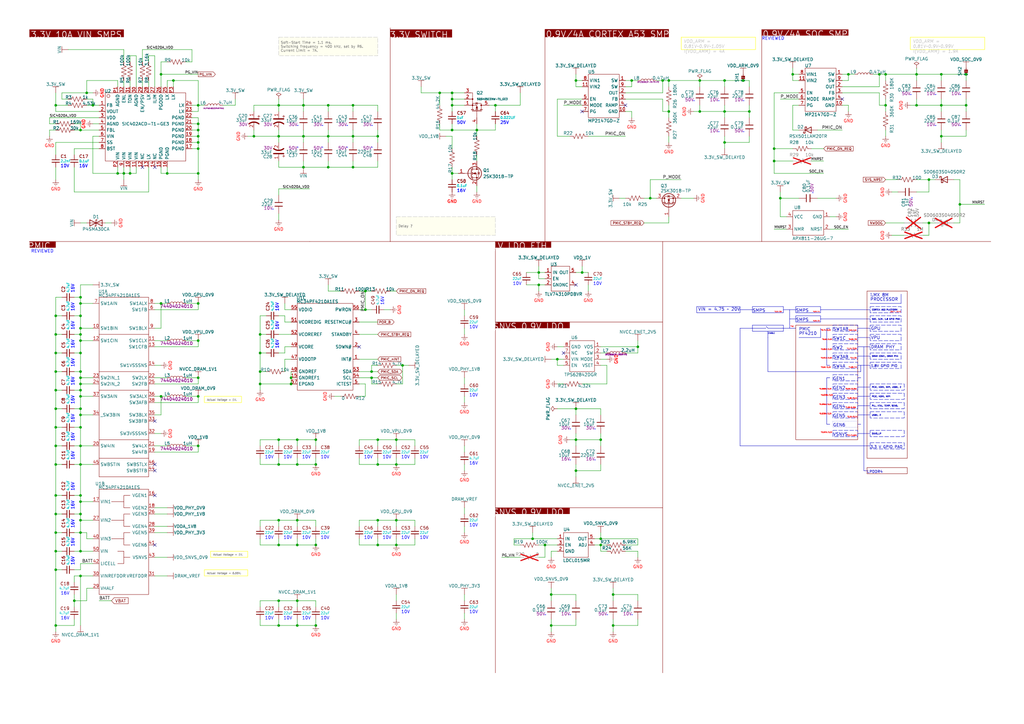
<source format=kicad_sch>
(kicad_sch (version 20241004) (generator "eeschema") (generator_version "8.99")
  (paper "A3")
  (title_block (date "2023-12-28") (rev "1.00"))
  (rectangle (start 326.39 133.35) (end 351.79 180.34) (stroke (width 0) (color 132 0 0 1)))
  (rectangle (start 341.63 168.91) (end 351.79 171.45) (stroke (width 0) (type dash)))
  (rectangle (start 356.87 125.73) (end 369.57 128.27) (stroke (width 0) (type dash)))
  (rectangle (start 341.63 157.48) (end 351.79 160.02) (stroke (width 0) (type dash)))
  (rectangle (start 308.61 125.73) (end 321.31 128.27))
  (rectangle (start 341.63 176.53) (end 351.79 179.07) (stroke (width 0) (type dash)))
  (rectangle (start 223.52 11.938) (end 274.32 15.24) (stroke (width -0.0001)) (fill (type color) (color 132 0 0 1)))
  (rectangle (start 326.39 129.54) (end 336.55 132.08))
  (rectangle (start 12.065 12.065) (end 50.8 15.24) (stroke (width -0.0001)) (fill (type color) (color 132 0 0 1)))
  (rectangle (start 356.87 181.61) (end 370.84 184.15) (stroke (width 0) (type dash)))
  (rectangle (start 356.87 133.35) (end 369.57 135.89) (stroke (width 0) (type dash)))
  (rectangle (start 160.02 12.065) (end 185.42 15.367) (stroke (width -0.0001)) (fill (type color) (color 132 0 0 1)))
  (rectangle (start 356.87 129.54) (end 369.57 132.08) (stroke (width 0) (type dash)))
  (rectangle (start 326.39 125.73) (end 336.55 128.27))
  (rectangle (start 341.63 165.1) (end 351.79 167.64) (stroke (width 0) (type dash)))
  (rectangle (start 355.6 119.38) (end 372.11 187.96) (stroke (width 0) (color 132 0 0 1)))
  (rectangle (start 308.61 133.35) (end 321.31 135.89))
  (rectangle (start 203.2 132.08) (end 233.68 134.62) (stroke (width -0.0001)) (fill (type color) (color 132 0 0 1)))
  (rectangle (start 341.63 148.59) (end 351.79 151.13) (stroke (width 0) (type dash)))
  (rectangle (start 341.63 172.72) (end 351.79 175.26) (stroke (width 0) (type dot)))
  (rectangle (start 356.87 161.29) (end 370.84 163.83) (stroke (width 0) (type dash)))
  (rectangle (start 341.63 153.67) (end 351.79 156.21) (stroke (width 0) (type dash)))
  (rectangle (start 356.87 137.16) (end 369.57 139.7) (stroke (width 0) (type dash)))
  (rectangle (start 341.63 161.29) (end 351.79 163.83) (stroke (width 0) (type dash)))
  (rectangle (start 203.2 208.28) (end 233.68 210.82) (stroke (width -0.0001)) (fill (type color) (color 132 0 0 1)))
  (rectangle (start 356.87 157.48) (end 370.84 160.02) (stroke (width 0) (type dash)))
  (rectangle (start 312.42 12.065) (end 347.98 14.605) (stroke (width -0.0001)) (fill (type color) (color 132 0 0 1)))
  (rectangle (start 12.065 99.06) (end 22.86 101.6) (stroke (width -0.0001)) (fill (type color) (color 132 0 0 1)))
  (rectangle (start 285.75 125.73) (end 303.53 128.27))
  (rectangle (start 355.6 191.77) (end 372.11 194.31) (stroke (width 0) (color 132 0 0 1)))
  (rectangle (start 203.2 99.06) (end 226.06 101.6) (stroke (width -0.0001)) (fill (type color) (color 132 0 0 1)))
  (rectangle (start 356.87 168.91) (end 370.84 171.45) (stroke (width 0) (type dash)))
  (rectangle (start 356.87 148.59) (end 369.57 151.13) (stroke (width 0) (type dash)))
  (rectangle (start 341.63 140.97) (end 351.79 143.51) (stroke (width 0) (type dash)))
  (rectangle (start 341.63 137.16) (end 351.79 139.7) (stroke (width 0) (type dash)))
  (rectangle (start 356.87 176.53) (end 370.84 179.07) (stroke (width 0) (type dash)))
  (rectangle (start 356.87 165.1) (end 370.84 167.64) (stroke (width 0) (type dash)))
  (rectangle (start 356.87 144.78) (end 369.57 147.32) (stroke (width 0) (type dash)))
  (rectangle (start 341.63 144.78) (end 351.79 147.32) (stroke (width 0) (type dash)))
  (rectangle (start 341.63 133.35) (end 351.79 135.89) (stroke (width 0) (type dash)))
  (rectangle (start 356.87 140.97) (end 369.57 143.51) (stroke (width 0) (type dash)))
  (text "PCIE, HDMI, MIPI, USB1, 2" (at 357.505 159.385 0) (effects (font (size 0.6 0.6)) (justify left bottom)))
  (text "SNVS_LP" (at 357.505 178.435 0) (effects (font (size 0.6 0.6)) (justify left bottom)))
  (text "PMIC" (at 20.828 102.616 0) (effects (font (size 2.54 2.54) (thickness 0.254) (bold yes)) (justify right bottom)))
  (text "*0.9V/2A" (at 333.375 132.08 0) (effects (font (size 0.4 0.4)) (justify left bottom)))
  (text "PROCESSOR" (at 356.87 123.698 0) (effects (font (size 1.27 1.27)) (justify left bottom)))
  (text "3.3V SWITCH" (at 183.896 16.002 0) (effects (font (size 2.54 2.54) (thickness 0.254) (bold yes)) (justify right bottom)))
  (text "SMPS" (at 326.39 132.08 0) (effects (font (size 1.27 1.27)) (justify left bottom)))
  (text "VSNVS" (at 341.63 179.07 0) (effects (font (size 1.27 1.27)) (justify left bottom)))
  (text "1.8V GPIO PIO" (at 357.124 150.876 0) (effects (font (size 1 1)) (justify left bottom)))
  (text "SMPS" (at 326.39 128.27 0) (effects (font (size 1.27 1.27)) (justify left bottom)))
  (text "PLL, XTAL, TEMP. SENS." (at 357.505 167.005 0) (effects (font (size 0.6 0.6)) (justify left bottom)))
  (text "REVIEWED" (at 12.7 103.886 0) (effects (font (size 1.27 1.27)) (justify left bottom)))
  (text "*1.8V/1A" (at 347.98 151.13 0) (effects (font (size 0.5 0.5)) (justify left bottom)))
  (text "GEN3" (at 341.63 163.83 0) (effects (font (size 1.27 1.27)) (justify left bottom)))
  (text "*0.5MA/3.3V" (at 336.55 177.8 0) (effects (font (size 0.5 0.5)) (justify left bottom)))
  (text "SNVS 0.9V LDO" (at 231.394 211.836 0) (effects (font (size 2.54 2.54) (thickness 0.254) (bold yes)) (justify right bottom)))
  (text "*3.3V/0.1A" (at 347.345 171.45 0) (effects (font (size 0.5 0.5)) (justify left bottom)))
  (text "*0.9V/0.25A" (at 346.71 160.02 0) (effects (font (size 0.5 0.5)) (justify left bottom)))
  (text "*4A" (at 324.104 134.366 0) (effects (font (size 0.5 0.5)) (justify left bottom)))
  (text "GEN6" (at 341.63 175.26 0) (effects (font (size 1.27 1.27)) (justify left bottom)))
  (text "*0.85A/3.3V" (at 336.55 143.764 0) (effects (font (size 0.5 0.5)) (justify left bottom)))
  (text "*0.9V/4A" (at 333.375 128.27 0) (effects (font (size 0.4 0.4)) (justify left bottom)))
  (text "*1V/3A" (at 348.615 147.32 0) (effects (font (size 0.5 0.5)) (justify left bottom)))
  (text "SMPS" (at 308.61 128.27 0) (effects (font (size 1.27 1.27)) (justify left bottom)))
  (text "*0.028A/3.3V" (at 336.55 162.56 0) (effects (font (size 0.5 0.5)) (justify left bottom)))
  (text "DRAM PHY" (at 357.124 143.256 0) (effects (font (size 1.27 1.27)) (justify left bottom)))
  (text "DRAM CONT., DRAM PYH" (at 357.505 146.685 0) (effects (font (size 0.6 0.6)) (justify left bottom)))
  (text "PF4210" (at 327.66 137.668 0) (effects (font (size 1.27 1.27)) (justify left bottom)))
  (text "*0.068A/3.3V" (at 335.915 160.02 0) (effects (font (size 0.5 0.5)) (justify left bottom)))
  (text "*1V/1.5MA" (at 347.345 179.07 0) (effects (font (size 0.5 0.5)) (justify left bottom)))
  (text "GEN5" (at 341.63 171.45 0) (effects (font (size 1.27 1.27)) (justify left bottom)))
  (text "*1.8V/0.1A" (at 347.345 163.83 0) (effects (font (size 0.5 0.5)) (justify left bottom)))
  (text "SW1AB" (at 341.63 135.89 0) (effects (font (size 1.27 1.27)) (justify left bottom)))
  (text "3.3 V GPIO PAO" (at 356.87 184.15 0) (effects (font (size 1.1 1.1)) (justify left bottom)))
  (text "GEN2" (at 341.63 160.02 0) (effects (font (size 1.27 1.27)) (justify left bottom)))
  (text "SW4A" (at 341.63 151.13 0) (effects (font (size 1.27 1.27)) (justify left bottom)))
  (text "REVIEWED" (at 312.42 16.637 0) (effects (font (size 1.27 1.27)) (justify left bottom)))
  (text "*0.7A/3.3V" (at 336.55 135.89 0) (effects (font (size 0.5 0.5)) (justify left bottom)))
  (text "VIN = 4.75 ~ 20V" (at 286.258 127.762 0) (effects (font (size 1.27 1.27)) (justify left bottom)))
  (text "*0.6A/3.3V" (at 337.058 139.7 0) (effects (font (size 0.5 0.5)) (justify left bottom)))
  (text "(0.9 V, 4.0 A)" (at 365.125 128.27 0) (effects (font (size 0.4 0.4)) (justify left bottom)))
  (text "*0.028A/3.3V" (at 335.915 170.18 0) (effects (font (size 0.5 0.5)) (justify left bottom)))
  (text "1V LDO ETH" (at 224.536 102.616 0) (effects (font (size 2.54 2.54) (thickness 0.254) (bold yes)) (justify right bottom)))
  (text "ENABLE" (at 314.96 137.16 0) (effects (font (size 0.5 0.5)) (justify left bottom)))
  (text "GEN4" (at 341.63 167.64 0) (effects (font (size 1.27 1.27)) (justify left bottom)))
  (text "LPDDR4" (at 355.6 194.31 0) (effects (font (size 1.1 1.1)) (justify left bottom)))
  (text "3.3V 10A VIN SMPS" (at 12.446 14.478 0) (effects (font (size 2.54 2.54) (thickness 0.254) (bold yes)) (justify left)))
  (text "CORTEX A53 PLATFORM" (at 357.505 127.635 0) (effects (font (size 0.6 0.6)) (justify left bottom)))
  (text "0.9V/4A CORTEX A53 SMPS" (at 223.774 15.748 0) (effects (font (size 2.54 2.54) (thickness 0.254) (bold yes)) (justify left bottom)))
  (text "i.MX 8M" (at 356.87 121.92 0) (effects (font (size 1.27 1.27)) (justify left bottom)))
  (text "SW2" (at 341.63 143.51 0) (effects (font (size 1.27 1.27)) (justify left bottom)))
  (text "*0.9V/2A" (at 347.98 139.7 0) (effects (font (size 0.5 0.5)) (justify left bottom)))
  (text "*0.91A/3.3V" (at 336.55 147.32 0) (effects (font (size 0.5 0.5)) (justify left bottom)))
  (text "GPU" (at 357.124 135.636 0) (effects (font (size 1.27 1.27)) (justify left bottom)))
  (text "VPU" (at 357.124 139.446 0) (effects (font (size 1.27 1.27)) (justify left bottom)))
  (text "SW3AB" (at 341.63 147.32 0) (effects (font (size 1.27 1.27)) (justify left bottom)))
  (text "*0.9V/2.5A" (at 347.98 135.89 0) (effects (font (size 0.4 0.4)) (justify left bottom)))
  (text "SOC, 3.3V, 1.8 GPIO PAO" (at 357.505 131.445 0) (effects (font (size 0.6 0.6)) (justify left bottom)))
  (text "PMIC" (at 327.66 135.89 0) (effects (font (size 1.27 1.27)) (justify left bottom)))
  (text "SNVS 0.9V LDO" (at 231.394 135.636 0) (effects (font (size 2.54 2.54) (thickness 0.254) (bold yes)) (justify right bottom)))
  (text "*1.1V/2.5A" (at 347.218 143.51 0) (effects (font (size 0.5 0.5)) (justify left bottom)))
  (text "*1.8V,0.35A" (at 346.71 167.64 0) (effects (font (size 0.5 0.5)) (justify left bottom)))
  (text "USB1, 2" (at 357.505 170.815 0) (effects (font (size 0.6 0.6)) (justify left bottom)))
  (text "0.9V/4A SOC SMPS" (at 312.674 14.224 0) (effects (font (size 2.54 2.54) (thickness 0.254) (bold yes)) (justify left)))
  (text "*0.6A/3.3V" (at 336.55 151.13 0) (effects (font (size 0.5 0.5)) (justify left bottom)))
  (text "GEN1" (at 341.63 156.21 0) (effects (font (size 1.27 1.27)) (justify left bottom)))
  (text "*0.096A/3.3V" (at 335.915 166.37 0) (effects (font (size 0.5 0.5)) (justify left bottom)))
  (text "PCIE, HDMI, MIPI" (at 357.505 163.195 0) (effects (font (size 0.6 0.6)) (justify left bottom)))
  (text "SW1C" (at 341.63 139.7 0) (effects (font (size 1.27 1.27)) (justify left bottom)))
  (text "*3.3V/10A" (at 317.5 128.27 0) (effects (font (size 0.4 0.4)) (justify left bottom)))
  (text_box "Actual Voltage = 1V." (at 86.36 226.06 0) (size 15.24 2.54) (margins 0.9525 0.9525 0.9525 0.9525) (stroke (width 0) (color 255 255 0 1)) (effects (font (size 0.762 0.762) (italic yes)) (justify left top)))
  (text_box "Soft-Start Time = 1.1 ms.\nSwitching frequency = 400 kHz, set by R6.\nCurrent Limit = 7A." (at 114.3 15.24 0) (size 40.64 7.62) (margins 0.762 0.762 0.762 0.762) (stroke (width 0) (type dash) (color 194 194 194 1)) (fill (type color) (color 255 255 194 0.24)) (effects (font (size 1.016 1.016)) (justify left)))
  (text_box "Actual Voltage = 1V." (at 83.82 162.56 0) (size 15.24 2.54) (margins 0.9525 0.9525 0.9525 0.9525) (stroke (width 0) (color 255 255 0 1)) (effects (font (size 0.762 0.762) (italic yes)) (justify left top)))
  (text_box "Actual Voltage = 0.55V." (at 83.82 233.68 0) (size 17.78 2.54) (margins 0.9525 0.9525 0.9525 0.9525) (stroke (width 0) (color 255 255 0 1)) (effects (font (size 0.762 0.762) (italic yes)) (justify left top)))
  (text_box "VDD_ARM = 0.81V~0.9V~1.05V\nI(VDD_AMM) = 4A" (at 279.4 15.24 0) (size 30.48 5.08) (margins 0.9525 0.9525 0.9525 0.9525) (stroke (width 0) (color 255 255 0 1)) (effects (font (size 1.27 1.27) (italic yes)) (justify left top)))
  (text_box "Delay ?" (at 162.56 88.9 0) (size 40.64 7.62) (margins 0.762 0.762 0.762 0.762) (stroke (width 0) (type dash) (color 194 194 194 1)) (fill (type color) (color 255 255 194 0.24)) (effects (font (size 1.016 1.016)) (justify left)))
  (text_box "VDD_ARM = 0.81V~0.9V~0.99V\nI(VDD_AMM) = 1.9A" (at 373.38 15.24 0) (size 30.48 5.08) (margins 0.9525 0.9525 0.9525 0.9525) (stroke (width 0) (color 255 255 0 1)) (effects (font (size 1.27 1.27) (italic yes)) (justify left top)))
  (junction (at 124.46 68.58))
  (junction (at 185.42 38.1))
  (junction (at 22.86 226.06))
  (junction (at 121.92 246.38))
  (junction (at 226.06 256.54))
  (junction (at 396.24 43.18) (diameter 0.9144))
  (junction (at 381 91.44))
  (junction (at 386.08 43.18) (diameter 0.9144))
  (junction (at 218.44 220.98))
  (junction (at 154.94 180.34))
  (junction (at 22.86 256.54))
  (junction (at 274.32 33.02))
  (junction (at 33.02 203.2))
  (junction (at 386.08 30.48) (diameter 0.9144))
  (junction (at 114.3 55.88) (diameter 0.9144))
  (junction (at 81.28 50.8))
  (junction (at 223.52 223.52))
  (junction (at 22.86 175.26))
  (junction (at 363.22 43.18) (diameter 0.9144))
  (junction (at 33.02 213.36))
  (junction (at 287.02 45.72) (diameter 0.9144))
  (junction (at 35.56 38.1))
  (junction (at 129.54 180.34))
  (junction (at 121.92 223.52))
  (junction (at 226.06 243.84))
  (junction (at 71.12 33.02))
  (junction (at 22.86 182.88))
  (junction (at 134.62 43.18))
  (junction (at 360.68 30.48))
  (junction (at 386.08 55.88))
  (junction (at 236.22 33.02))
  (junction (at 22.86 160.02))
  (junction (at 251.46 256.54))
  (junction (at 297.18 45.72) (diameter 0.9144))
  (junction (at 297.18 58.42) (diameter 0.9144))
  (junction (at 149.86 127))
  (junction (at 114.3 223.52))
  (junction (at 162.56 213.36))
  (junction (at 195.58 53.34))
  (junction (at 33.02 157.48))
  (junction (at 33.02 205.74))
  (junction (at 165.1 149.86))
  (junction (at 271.78 33.02))
  (junction (at 22.86 167.64))
  (junction (at 162.56 190.5))
  (junction (at 81.28 124.46))
  (junction (at 375.92 30.48) (diameter 0.9144))
  (junction (at 81.28 43.18))
  (junction (at 114.3 43.18) (diameter 0.9144))
  (junction (at 154.94 223.52))
  (junction (at 129.54 190.5))
  (junction (at 81.28 71.12))
  (junction (at 50.8 71.12))
  (junction (at 33.02 190.5))
  (junction (at 33.02 160.02))
  (junction (at 320.04 81.28))
  (junction (at 22.86 203.2))
  (junction (at 30.48 246.38))
  (junction (at 246.38 220.98))
  (junction (at 33.02 152.4))
  (junction (at 185.42 53.34))
  (junction (at 185.42 40.64))
  (junction (at 22.86 218.44))
  (junction (at 144.78 55.88))
  (junction (at 121.92 190.5))
  (junction (at 203.2 43.18))
  (junction (at 33.02 154.94))
  (junction (at 236.22 193.04))
  (junction (at 53.34 71.12))
  (junction (at 134.62 68.58))
  (junction (at 325.12 30.48))
  (junction (at 185.42 71.12))
  (junction (at 81.28 154.94))
  (junction (at 149.86 119.38))
  (junction (at 68.58 71.12))
  (junction (at 259.08 33.02))
  (junction (at 114.3 246.38))
  (junction (at 152.4 154.94))
  (junction (at 33.02 167.64))
  (junction (at 154.94 190.5))
  (junction (at 287.02 33.02))
  (junction (at 33.02 139.7))
  (junction (at 22.86 43.18))
  (junction (at 22.86 190.5))
  (junction (at 81.28 55.88))
  (junction (at 81.28 162.56))
  (junction (at 33.02 175.26))
  (junction (at 396.24 30.48))
  (junction (at 106.68 144.78))
  (junction (at 121.92 180.34))
  (junction (at 347.98 30.48))
  (junction (at 121.92 256.54))
  (junction (at 154.94 213.36))
  (junction (at 106.68 137.16))
  (junction (at 38.1 43.18))
  (junction (at 33.02 210.82))
  (junction (at 33.02 236.22))
  (junction (at 246.38 223.52))
  (junction (at 33.02 162.56))
  (junction (at 33.02 129.54))
  (junction (at 185.42 43.18))
  (junction (at 274.32 45.72) (diameter 0.9144))
  (junction (at 33.02 134.62))
  (junction (at 381 73.66))
  (junction (at 119.38 157.48))
  (junction (at 33.02 218.44))
  (junction (at 81.28 53.34))
  (junction (at 114.3 256.54))
  (junction (at 129.54 223.52))
  (junction (at 246.38 180.34))
  (junction (at 317.5 60.96))
  (junction (at 129.54 256.54))
  (junction (at 22.86 152.4))
  (junction (at 106.68 157.48))
  (junction (at 228.6 147.32))
  (junction (at 375.92 43.18) (diameter 0.9144))
  (junction (at 236.22 167.64) (diameter 0.9144))
  (junction (at 33.02 53.34))
  (junction (at 251.46 243.84))
  (junction (at 22.86 210.82))
  (junction (at 144.78 68.58))
  (junction (at 393.7 83.82))
  (junction (at 22.86 129.54))
  (junction (at 114.3 190.5))
  (junction (at 162.56 223.52))
  (junction (at 22.86 137.16))
  (junction (at 22.86 233.68))
  (junction (at 33.02 226.06))
  (junction (at 220.98 116.84))
  (junction (at 66.04 162.56))
  (junction (at 307.34 45.72) (diameter 0.9144))
  (junction (at 81.28 139.7))
  (junction (at 33.02 144.78))
  (junction (at 106.68 152.4))
  (junction (at 33.02 121.92))
  (junction (at 33.02 170.18))
  (junction (at 121.92 213.36))
  (junction (at 114.3 213.36))
  (junction (at 81.28 60.96))
  (junction (at 104.14 55.88))
  (junction (at 66.04 124.46))
  (junction (at 134.62 55.88) (diameter 0.9144))
  (junction (at 33.02 124.46))
  (junction (at 119.38 154.94))
  (junction (at 114.3 180.34))
  (junction (at 33.02 182.88))
  (junction (at 48.26 71.12))
  (junction (at 124.46 55.88) (diameter 0.9144))
  (junction (at 81.28 182.88))
  (junction (at 152.4 152.4))
  (junction (at 317.5 66.04))
  (junction (at 144.78 43.18))
  (junction (at 238.76 111.76))
  (junction (at 180.34 38.1))
  (junction (at 266.7 81.28))
  (junction (at 297.18 33.02) (diameter 0.9144))
  (junction (at 304.8 33.02))
  (junction (at 154.94 55.88))
  (junction (at 33.02 137.16))
  (junction (at 22.86 144.78))
  (junction (at 261.62 142.24))
  (junction (at 236.22 180.34))
  (junction (at 162.56 180.34))
  (junction (at 363.22 30.48))
  (junction (at 81.28 58.42))
  (junction (at 66.04 30.48))
  (junction (at 220.98 111.76))
  (junction (at 124.46 43.18) (diameter 0.9144))
  (no_connect (at 256.54 43.18))
  (no_connect (at 63.5 68.58))
  (no_connect (at 236.22 116.84))
  (no_connect (at 63.5 203.2))
  (no_connect (at 345.44 40.64))
  (no_connect (at 231.14 144.78))
  (no_connect (at 238.76 45.72))
  (no_connect (at 147.32 142.24))
  (no_connect (at 63.5 172.72))
  (no_connect (at 63.5 190.5))
  (no_connect (at 63.5 193.04))
  (no_connect (at 58.42 68.58))
  (no_connect (at 63.5 223.52))
  (wire (pts (xy 332.74 66.04) (xy 337.82 66.04)))
  (wire (pts (xy 320.04 88.9) (xy 322.58 88.9)))
  (wire (pts (xy 116.84 147.32) (xy 116.84 152.4)))
  (wire (pts (xy 114.3 187.96) (xy 114.3 190.5)))
  (wire (pts (xy 236.22 254) (xy 236.22 256.54)))
  (wire (pts (xy 147.32 127) (xy 149.86 127)))
  (wire (pts (xy 30.48 167.64) (xy 33.02 167.64)))
  (wire (pts (xy 218.44 218.44) (xy 218.44 220.98)))
  (wire (pts (xy 190.5 127) (xy 190.5 129.54)))
  (wire (pts (xy 63.5 22.86) (xy 60.96 22.86)))
  (wire (pts (xy 223.52 223.52) (xy 223.52 228.6)))
  (wire (pts (xy 360.68 30.48) (xy 360.68 35.56)))
  (wire (pts (xy 226.06 241.3) (xy 226.06 243.84)))
  (wire (pts (xy 33.02 210.82) (xy 33.02 213.36)))
  (wire (pts (xy 238.76 109.22) (xy 238.76 111.76)))
  (wire (pts (xy 30.48 218.44) (xy 33.02 218.44)))
  (wire (pts (xy 287.02 45.72) (xy 297.18 45.72)))
  (wire (pts (xy 33.02 203.2) (xy 33.02 205.74)))
  (wire (pts (xy 22.86 175.26) (xy 25.4 175.26)))
  (wire (pts (xy 358.14 30.48) (xy 360.68 30.48)))
  (wire (pts (xy 246.38 142.24) (xy 261.62 142.24)))
  (wire (pts (xy 22.86 182.88) (xy 22.86 175.26)))
  (polyline (pts (xy 351.79 170.18) (xy 356.87 170.18)))
  (wire (pts (xy 81.28 157.48) (xy 63.5 157.48)))
  (wire (pts (xy 248.92 149.86) (xy 248.92 157.48)))
  (wire (pts (xy 30.48 152.4) (xy 33.02 152.4)))
  (wire (pts (xy 144.78 68.58) (xy 154.94 68.58)))
  (wire (pts (xy 248.92 157.48) (xy 238.76 157.48)))
  (wire (pts (xy 365.76 78.74) (xy 368.3 78.74)))
  (wire (pts (xy 185.42 40.64) (xy 185.42 43.18)))
  (wire (pts (xy 347.98 43.18) (xy 347.98 45.72)))
  (wire (pts (xy 154.94 190.5) (xy 147.32 190.5)))
  (wire (pts (xy 226.06 243.84) (xy 226.06 246.38)))
  (wire (pts (xy 114.3 77.47) (xy 114.3 80.01)))
  (wire (pts (xy 147.32 180.34) (xy 154.94 180.34)))
  (wire (pts (xy 287.02 33.02) (xy 287.02 35.56)))
  (wire (pts (xy 195.58 50.8) (xy 195.58 53.34)))
  (wire (pts (xy 251.46 241.3) (xy 251.46 243.84)))
  (wire (pts (xy 124.46 43.18) (xy 114.3 43.18)))
  (wire (pts (xy 185.42 60.96) (xy 185.42 55.88)))
  (wire (pts (xy 218.44 220.98) (xy 228.6 220.98)))
  (wire (pts (xy 373.38 43.18) (xy 375.92 43.18)))
  (wire (pts (xy 375.92 40.64) (xy 375.92 43.18)))
  (wire (pts (xy 254 81.28) (xy 256.54 81.28)))
  (wire (pts (xy 236.22 180.34) (xy 236.22 182.88)))
  (wire (pts (xy 76.2 25.4) (xy 78.74 25.4)))
  (wire (pts (xy 106.68 137.16) (xy 109.22 137.16)))
  (wire (pts (xy 129.54 220.98) (xy 129.54 223.52)))
  (wire (pts (xy 152.4 157.48) (xy 152.4 154.94)))
  (wire (pts (xy 226.06 243.84) (xy 236.22 243.84)))
  (wire (pts (xy 81.28 48.26) (xy 81.28 50.8)))
  (wire (pts (xy 386.08 43.18) (xy 386.08 45.72)))
  (wire (pts (xy 236.22 167.64) (xy 228.6 167.64)))
  (wire (pts (xy 147.32 182.88) (xy 147.32 180.34)))
  (wire (pts (xy 30.48 137.16) (xy 33.02 137.16)))
  (polyline (pts (xy 336.55 134.62) (xy 336.55 138.43)))
  (wire (pts (xy 104.14 53.34) (xy 104.14 55.88)))
  (wire (pts (xy 121.92 180.34) (xy 121.92 182.88)))
  (wire (pts (xy 33.02 121.92) (xy 33.02 124.46)))
  (wire (pts (xy 317.5 60.96) (xy 317.5 66.04)))
  (wire (pts (xy 22.86 203.2) (xy 25.4 203.2)))
  (wire (pts (xy 33.02 134.62) (xy 38.1 134.62)))
  (wire (pts (xy 236.22 193.04) (xy 236.22 195.58)))
  (wire (pts (xy 66.04 25.4) (xy 66.04 30.48)))
  (wire (pts (xy 38.1 220.98) (xy 35.56 220.98)))
  (wire (pts (xy 190.5 162.56) (xy 190.5 165.1)))
  (wire (pts (xy 30.48 233.68) (xy 33.02 233.68)))
  (wire (pts (xy 251.46 259.08) (xy 251.46 256.54)))
  (wire (pts (xy 375.92 30.48) (xy 375.92 33.02)))
  (wire (pts (xy 121.92 223.52) (xy 114.3 223.52)))
  (wire (pts (xy 33.02 218.44) (xy 33.02 226.06)))
  (wire (pts (xy 147.32 162.56) (xy 149.86 162.56)))
  (wire (pts (xy 106.68 223.52) (xy 106.68 220.98)))
  (wire (pts (xy 116.84 132.08) (xy 119.38 132.08)))
  (wire (pts (xy 162.56 220.98) (xy 162.56 223.52)))
  (wire (pts (xy 33.02 124.46) (xy 33.02 129.54)))
  (wire (pts (xy 236.22 180.34) (xy 236.22 177.8)))
  (wire (pts (xy 190.5 215.9) (xy 190.5 218.44)))
  (wire (pts (xy 170.18 213.36) (xy 170.18 215.9)))
  (wire (pts (xy 22.86 218.44) (xy 25.4 218.44)))
  (wire (pts (xy 259.08 33.02) (xy 261.62 33.02)))
  (wire (pts (xy 307.34 45.72) (xy 297.18 45.72)))
  (wire (pts (xy 50.8 33.02) (xy 50.8 35.56)))
  (wire (pts (xy 35.56 38.1) (xy 25.4 38.1)))
  (wire (pts (xy 30.48 144.78) (xy 33.02 144.78)))
  (wire (pts (xy 114.3 40.64) (xy 114.3 43.18)))
  (wire (pts (xy 38.1 55.88) (xy 40.64 55.88)))
  (wire (pts (xy 22.86 210.82) (xy 25.4 210.82)))
  (wire (pts (xy 33.02 157.48) (xy 38.1 157.48)))
  (wire (pts (xy 274.32 35.56) (xy 274.32 33.02)))
  (wire (pts (xy 248.92 147.32) (xy 246.38 147.32)))
  (wire (pts (xy 106.68 215.9) (xy 106.68 213.36)))
  (wire (pts (xy 236.22 33.02) (xy 238.76 33.02)))
  (wire (pts (xy 48.26 68.58) (xy 48.26 71.12)))
  (wire (pts (xy 106.68 157.48) (xy 106.68 160.02)))
  (wire (pts (xy 114.3 55.88) (xy 124.46 55.88)))
  (wire (pts (xy 53.34 22.86) (xy 55.88 22.86)))
  (wire (pts (xy 66.04 30.48) (xy 66.04 35.56)))
  (wire (pts (xy 106.68 248.92) (xy 106.68 246.38)))
  (wire (pts (xy 33.02 236.22) (xy 38.1 236.22)))
  (wire (pts (xy 50.8 71.12) (xy 48.26 71.12)))
  (wire (pts (xy 381 91.44) (xy 381 96.52)))
  (polyline (pts (xy 369.57 120.65) (xy 369.57 124.46)))
  (wire (pts (xy 246.38 180.34) (xy 246.38 182.88)))
  (polyline (pts (xy 351.79 177.8) (xy 356.87 177.8)))
  (wire (pts (xy 20.32 53.34) (xy 22.86 53.34)))
  (polyline (pts (xy 314.96 152.4) (xy 353.06 152.4)))
  (polyline (pts (xy 323.85 134.62) (xy 326.39 134.62)))
  (wire (pts (xy 81.28 58.42) (xy 81.28 60.96)))
  (wire (pts (xy 81.28 185.42) (xy 63.5 185.42)))
  (wire (pts (xy 152.4 154.94) (xy 154.94 154.94)))
  (wire (pts (xy 271.78 45.72) (xy 274.32 45.72)))
  (wire (pts (xy 106.68 144.78) (xy 109.22 144.78)))
  (wire (pts (xy 134.62 45.72) (xy 134.62 43.18)))
  (wire (pts (xy 147.32 147.32) (xy 154.94 147.32)))
  (wire (pts (xy 114.3 256.54) (xy 106.68 256.54)))
  (wire (pts (xy 236.22 167.64) (xy 236.22 170.18)))
  (wire (pts (xy 53.34 68.58) (xy 53.34 71.12)))
  (wire (pts (xy 134.62 55.88) (xy 124.46 55.88)))
  (polyline (pts (xy 323.85 130.81) (xy 326.39 130.81)))
  (wire (pts (xy 22.86 152.4) (xy 25.4 152.4)))
  (wire (pts (xy 162.56 213.36) (xy 170.18 213.36)))
  (wire (pts (xy 22.86 226.06) (xy 22.86 233.68)))
  (wire (pts (xy 213.36 223.52) (xy 210.82 223.52)))
  (wire (pts (xy 378.46 91.44) (xy 381 91.44)))
  (wire (pts (xy 238.76 111.76) (xy 236.22 111.76)))
  (wire (pts (xy 106.68 246.38) (xy 114.3 246.38)))
  (wire (pts (xy 48.26 33.02) (xy 35.56 33.02)))
  (wire (pts (xy 58.42 20.32) (xy 78.74 20.32)))
  (wire (pts (xy 274.32 33.02) (xy 287.02 33.02)))
  (wire (pts (xy 33.02 124.46) (xy 38.1 124.46)))
  (wire (pts (xy 121.92 220.98) (xy 121.92 223.52)))
  (wire (pts (xy 63.5 228.6) (xy 68.58 228.6)))
  (wire (pts (xy 121.92 213.36) (xy 121.92 215.9)))
  (wire (pts (xy 121.92 246.38) (xy 129.54 246.38)))
  (wire (pts (xy 327.66 53.34) (xy 325.12 53.34)))
  (polyline (pts (xy 12.065 99.06) (xy 127 99.06)) (stroke (width 0) (color 132 0 0 1)))
  (wire (pts (xy 30.48 226.06) (xy 33.02 226.06)))
  (wire (pts (xy 116.84 129.54) (xy 116.84 132.08)))
  (wire (pts (xy 147.32 119.38) (xy 149.86 119.38)))
  (wire (pts (xy 231.14 147.32) (xy 228.6 147.32)))
  (wire (pts (xy 22.86 129.54) (xy 25.4 129.54)))
  (wire (pts (xy 68.58 68.58) (xy 68.58 71.12)))
  (wire (pts (xy 22.86 182.88) (xy 25.4 182.88)))
  (wire (pts (xy 22.86 129.54) (xy 22.86 137.16)))
  (wire (pts (xy 340.36 93.98) (xy 347.98 93.98)))
  (wire (pts (xy 320.04 40.64) (xy 327.66 40.64)))
  (wire (pts (xy 114.3 68.58) (xy 124.46 68.58)))
  (wire (pts (xy 55.88 68.58) (xy 55.88 71.12)))
  (wire (pts (xy 114.3 55.88) (xy 114.3 58.42)))
  (wire (pts (xy 33.02 170.18) (xy 38.1 170.18)))
  (wire (pts (xy 40.64 60.96) (xy 30.48 60.96)))
  (polyline (pts (xy 323.85 127) (xy 326.39 127)))
  (wire (pts (xy 236.22 190.5) (xy 236.22 193.04)))
  (wire (pts (xy 30.48 129.54) (xy 33.02 129.54)))
  (wire (pts (xy 215.9 116.84) (xy 220.98 116.84)))
  (wire (pts (xy 386.08 30.48) (xy 396.24 30.48)))
  (wire (pts (xy 256.54 33.02) (xy 259.08 33.02)))
  (wire (pts (xy 106.68 129.54) (xy 106.68 137.16)))
  (wire (pts (xy 274.32 45.72) (xy 274.32 48.26)))
  (wire (pts (xy 81.28 142.24) (xy 63.5 142.24)))
  (wire (pts (xy 144.78 66.04) (xy 144.78 68.58)))
  (wire (pts (xy 396.24 45.72) (xy 396.24 43.18)))
  (wire (pts (xy 33.02 152.4) (xy 33.02 154.94)))
  (wire (pts (xy 220.98 116.84) (xy 223.52 116.84)))
  (wire (pts (xy 144.78 55.88) (xy 144.78 58.42)))
  (wire (pts (xy 261.62 243.84) (xy 261.62 246.38)))
  (wire (pts (xy 386.08 30.48) (xy 375.92 30.48)))
  (wire (pts (xy 106.68 129.54) (xy 109.22 129.54)))
  (wire (pts (xy 121.92 213.36) (xy 129.54 213.36)))
  (wire (pts (xy 154.94 220.98) (xy 154.94 223.52)))
  (wire (pts (xy 114.3 53.34) (xy 114.3 55.88)))
  (wire (pts (xy 256.54 45.72) (xy 259.08 45.72)))
  (wire (pts (xy 78.74 48.26) (xy 81.28 48.26)))
  (polyline (pts (xy 351.79 146.05) (xy 356.87 146.05)))
  (wire (pts (xy 220.98 228.6) (xy 223.52 228.6)))
  (wire (pts (xy 147.32 132.08) (xy 154.94 132.08)))
  (wire (pts (xy 317.5 38.1) (xy 317.5 60.96)))
  (wire (pts (xy 261.62 139.7) (xy 261.62 142.24)))
  (wire (pts (xy 241.3 55.88) (xy 256.54 55.88)))
  (wire (pts (xy 124.46 68.58) (xy 134.62 68.58)))
  (wire (pts (xy 38.1 43.18) (xy 40.64 43.18)))
  (wire (pts (xy 149.86 119.38) (xy 149.86 127)))
  (wire (pts (xy 203.2 43.18) (xy 213.36 43.18)))
  (polyline (pts (xy 303.53 134.62) (xy 308.61 134.62)))
  (wire (pts (xy 261.62 142.24) (xy 261.62 144.78)))
  (wire (pts (xy 68.58 236.22) (xy 63.5 236.22)))
  (wire (pts (xy 27.94 20.32) (xy 50.8 20.32)))
  (wire (pts (xy 114.3 254) (xy 114.3 256.54)))
  (wire (pts (xy 22.86 38.1) (xy 22.86 43.18)))
  (wire (pts (xy 391.16 91.44) (xy 393.7 91.44)))
  (wire (pts (xy 81.28 53.34) (xy 81.28 55.88)))
  (wire (pts (xy 335.28 53.34) (xy 345.44 53.34)))
  (wire (pts (xy 63.5 162.56) (xy 66.04 162.56)))
  (wire (pts (xy 33.02 226.06) (xy 38.1 226.06)))
  (wire (pts (xy 134.62 66.04) (xy 134.62 68.58)))
  (wire (pts (xy 81.28 50.8) (xy 81.28 53.34)))
  (wire (pts (xy 134.62 43.18) (xy 144.78 43.18)))
  (polyline (pts (xy 336.55 130.81) (xy 356.87 130.81)))
  (wire (pts (xy 71.12 33.02) (xy 71.12 35.56)))
  (polyline (pts (xy 312.42 12.065) (xy 312.42 99.06)) (stroke (width 0) (color 132 0 0 1)))
  (wire (pts (xy 71.12 33.02) (xy 81.28 33.02)))
  (polyline (pts (xy 160.02 99.06) (xy 127 99.06)) (stroke (width 0) (color 132 0 0 1)))
  (wire (pts (xy 33.02 213.36) (xy 33.02 218.44)))
  (wire (pts (xy 162.56 243.84) (xy 162.56 246.38)))
  (wire (pts (xy 266.7 73.66) (xy 266.7 81.28)))
  (wire (pts (xy 190.5 154.94) (xy 190.5 157.48)))
  (wire (pts (xy 251.46 243.84) (xy 261.62 243.84)))
  (wire (pts (xy 81.28 182.88) (xy 81.28 185.42)))
  (wire (pts (xy 114.3 246.38) (xy 121.92 246.38)))
  (wire (pts (xy 210.82 220.98) (xy 218.44 220.98)))
  (wire (pts (xy 33.02 175.26) (xy 33.02 182.88)))
  (wire (pts (xy 81.28 43.18) (xy 81.28 45.72)))
  (wire (pts (xy 325.12 43.18) (xy 325.12 53.34)))
  (wire (pts (xy 63.5 182.88) (xy 68.58 182.88)))
  (polyline (pts (xy 303.53 127) (xy 308.61 127)))
  (polyline (pts (xy 327.66 138.43) (xy 336.55 138.43)))
  (wire (pts (xy 157.48 127) (xy 160.02 127)))
  (wire (pts (xy 332.74 60.96) (xy 337.82 60.96)))
  (polyline (pts (xy 351.79 166.37) (xy 356.87 166.37)))
  (wire (pts (xy 134.62 68.58) (xy 144.78 68.58)))
  (wire (pts (xy 30.48 190.5) (xy 33.02 190.5)))
  (polyline (pts (xy 339.09 154.94) (xy 340.36 154.94)))
  (wire (pts (xy 53.34 71.12) (xy 50.8 71.12)))
  (wire (pts (xy 106.68 137.16) (xy 106.68 144.78)))
  (wire (pts (xy 287.02 33.02) (xy 297.18 33.02)))
  (wire (pts (xy 20.32 48.26) (xy 20.32 50.8)))
  (wire (pts (xy 363.22 33.02) (xy 363.22 30.48)))
  (wire (pts (xy 259.08 45.72) (xy 259.08 48.26)))
  (wire (pts (xy 114.3 190.5) (xy 106.68 190.5)))
  (wire (pts (xy 68.58 35.56) (xy 68.58 33.02)))
  (wire (pts (xy 25.4 40.64) (xy 27.94 40.64)))
  (wire (pts (xy 30.48 254) (xy 30.48 256.54)))
  (polyline (pts (xy 314.96 135.89) (xy 314.96 138.43)))
  (wire (pts (xy 144.78 55.88) (xy 134.62 55.88)))
  (wire (pts (xy 22.86 121.92) (xy 25.4 121.92)))
  (wire (pts (xy 30.48 243.84) (xy 30.48 246.38)))
  (wire (pts (xy 274.32 43.18) (xy 274.32 45.72)))
  (wire (pts (xy 307.34 55.88) (xy 307.34 58.42)))
  (wire (pts (xy 78.74 43.18) (xy 81.28 43.18)))
  (wire (pts (xy 360.68 43.18) (xy 363.22 43.18)))
  (wire (pts (xy 297.18 45.72) (xy 297.18 43.18)))
  (wire (pts (xy 279.4 81.28) (xy 284.48 81.28)))
  (wire (pts (xy 297.18 55.88) (xy 297.18 58.42)))
  (wire (pts (xy 261.62 256.54) (xy 251.46 256.54)))
  (wire (pts (xy 63.5 218.44) (xy 68.58 218.44)))
  (wire (pts (xy 363.22 53.34) (xy 363.22 55.88)))
  (wire (pts (xy 147.32 215.9) (xy 147.32 213.36)))
  (wire (pts (xy 195.58 63.5) (xy 195.58 66.04)))
  (wire (pts (xy 170.18 190.5) (xy 162.56 190.5)))
  (wire (pts (xy 38.1 71.12) (xy 38.1 55.88)))
  (wire (pts (xy 30.48 160.02) (xy 33.02 160.02)))
  (wire (pts (xy 246.38 144.78) (xy 248.92 144.78)))
  (wire (pts (xy 134.62 116.84) (xy 134.62 119.38)))
  (wire (pts (xy 256.54 40.64) (xy 271.78 40.64)))
  (wire (pts (xy 165.1 149.86) (xy 165.1 157.48)))
  (wire (pts (xy 162.56 149.86) (xy 165.1 149.86)))
  (wire (pts (xy 33.02 91.44) (xy 35.56 91.44)))
  (wire (pts (xy 30.48 121.92) (xy 33.02 121.92)))
  (wire (pts (xy 246.38 226.06) (xy 248.92 226.06)))
  (wire (pts (xy 38.1 50.8) (xy 40.64 50.8)))
  (wire (pts (xy 81.28 60.96) (xy 78.74 60.96)))
  (wire (pts (xy 22.86 58.42) (xy 22.86 63.5)))
  (wire (pts (xy 220.98 119.38) (xy 220.98 116.84)))
  (wire (pts (xy 144.78 45.72) (xy 144.78 43.18)))
  (wire (pts (xy 78.74 55.88) (xy 81.28 55.88)))
  (wire (pts (xy 307.34 35.56) (xy 307.34 33.02)))
  (wire (pts (xy 228.6 147.32) (xy 228.6 149.86)))
  (wire (pts (xy 203.2 43.18) (xy 200.66 43.18)))
  (wire (pts (xy 63.5 149.86) (xy 66.04 149.86)))
  (wire (pts (xy 33.02 139.7) (xy 33.02 137.16)))
  (wire (pts (xy 106.68 152.4) (xy 106.68 157.48)))
  (wire (pts (xy 271.78 33.02) (xy 274.32 33.02)))
  (wire (pts (xy 170.18 187.96) (xy 170.18 190.5)))
  (wire (pts (xy 129.54 180.34) (xy 129.54 182.88)))
  (wire (pts (xy 106.68 152.4) (xy 109.22 152.4)))
  (wire (pts (xy 185.42 43.18) (xy 185.42 45.72)))
  (wire (pts (xy 256.54 223.52) (xy 261.62 223.52)))
  (wire (pts (xy 33.02 190.5) (xy 38.1 190.5)))
  (wire (pts (xy 30.48 182.88) (xy 33.02 182.88)))
  (wire (pts (xy 22.86 190.5) (xy 22.86 182.88)))
  (wire (pts (xy 22.86 167.64) (xy 22.86 160.02)))
  (wire (pts (xy 114.3 43.18) (xy 114.3 45.72)))
  (wire (pts (xy 25.4 190.5) (xy 22.86 190.5)))
  (wire (pts (xy 20.32 53.34) (xy 20.32 55.88)))
  (wire (pts (xy 22.86 160.02) (xy 25.4 160.02)))
  (polyline (pts (xy 160.02 11.43) (xy 160.02 99.06)) (stroke (width 0) (color 132 0 0 1)))
  (wire (pts (xy 91.44 43.18) (xy 96.52 43.18)))
  (wire (pts (xy 393.7 83.82) (xy 403.86 83.82)))
  (wire (pts (xy 129.54 213.36) (xy 129.54 215.9)))
  (wire (pts (xy 190.5 134.62) (xy 190.5 137.16)))
  (wire (pts (xy 144.78 43.18) (xy 154.94 43.18)))
  (wire (pts (xy 241.3 119.38) (xy 241.3 116.84)))
  (wire (pts (xy 185.42 38.1) (xy 180.34 38.1)))
  (polyline (pts (xy 351.79 138.43) (xy 356.87 138.43)))
  (wire (pts (xy 238.76 111.76) (xy 241.3 111.76)))
  (wire (pts (xy 375.92 27.94) (xy 375.92 30.48)))
  (wire (pts (xy 317.5 60.96) (xy 325.12 60.96)))
  (wire (pts (xy 121.92 190.5) (xy 114.3 190.5)))
  (wire (pts (xy 375.92 43.18) (xy 386.08 43.18)))
  (wire (pts (xy 271.78 40.64) (xy 271.78 45.72)))
  (wire (pts (xy 215.9 111.76) (xy 220.98 111.76)))
  (wire (pts (xy 220.98 111.76) (xy 220.98 114.3)))
  (wire (pts (xy 256.54 38.1) (xy 271.78 38.1)))
  (wire (pts (xy 165.1 149.86) (xy 167.64 149.86)))
  (wire (pts (xy 33.02 144.78) (xy 33.02 152.4)))
  (wire (pts (xy 236.22 33.02) (xy 236.22 35.56)))
  (wire (pts (xy 154.94 213.36) (xy 162.56 213.36)))
  (wire (pts (xy 152.4 152.4) (xy 154.94 152.4)))
  (wire (pts (xy 154.94 223.52) (xy 147.32 223.52)))
  (wire (pts (xy 33.02 154.94) (xy 38.1 154.94)))
  (wire (pts (xy 185.42 71.12) (xy 187.96 71.12)))
  (polyline (pts (xy 160.02 99.06) (xy 406.4 99.06)) (stroke (width 0) (color 132 0 0 1)))
  (wire (pts (xy 185.42 40.64) (xy 190.5 40.64)))
  (wire (pts (xy 149.86 127) (xy 152.4 127)))
  (wire (pts (xy 325.12 30.48) (xy 327.66 30.48)))
  (polyline (pts (xy 340.36 149.86) (xy 339.09 149.86)))
  (wire (pts (xy 190.5 208.28) (xy 190.5 210.82)))
  (wire (pts (xy 63.5 154.94) (xy 68.58 154.94)))
  (wire (pts (xy 22.86 144.78) (xy 22.86 137.16)))
  (wire (pts (xy 386.08 55.88) (xy 396.24 55.88)))
  (polyline (pts (xy 339.09 134.62) (xy 340.36 134.62)))
  (wire (pts (xy 33.02 139.7) (xy 38.1 139.7)))
  (wire (pts (xy 119.38 147.32) (xy 116.84 147.32)))
  (wire (pts (xy 121.92 180.34) (xy 129.54 180.34)))
  (polyline (pts (xy 314.96 134.62) (xy 321.31 134.62)))
  (wire (pts (xy 223.52 223.52) (xy 228.6 223.52)))
  (wire (pts (xy 381 73.66) (xy 381 78.74)))
  (wire (pts (xy 33.02 162.56) (xy 33.02 167.64)))
  (wire (pts (xy 43.18 91.44) (xy 45.72 91.44)))
  (wire (pts (xy 154.94 55.88) (xy 144.78 55.88)))
  (wire (pts (xy 220.98 109.22) (xy 220.98 111.76)))
  (wire (pts (xy 185.42 68.58) (xy 185.42 71.12)))
  (wire (pts (xy 393.7 73.66) (xy 393.7 83.82)))
  (wire (pts (xy 66.04 30.48) (xy 81.28 30.48)))
  (wire (pts (xy 363.22 40.64) (xy 363.22 43.18)))
  (wire (pts (xy 162.56 190.5) (xy 154.94 190.5)))
  (wire (pts (xy 391.16 73.66) (xy 393.7 73.66)))
  (wire (pts (xy 78.74 58.42) (xy 81.28 58.42)))
  (wire (pts (xy 307.34 43.18) (xy 307.34 45.72)))
  (wire (pts (xy 76.2 139.7) (xy 81.28 139.7)))
  (wire (pts (xy 220.98 111.76) (xy 223.52 111.76)))
  (wire (pts (xy 154.94 157.48) (xy 152.4 157.48)))
  (wire (pts (xy 22.86 137.16) (xy 25.4 137.16)))
  (wire (pts (xy 66.04 134.62) (xy 63.5 134.62)))
  (wire (pts (xy 345.44 38.1) (xy 360.68 38.1)))
  (wire (pts (xy 185.42 43.18) (xy 190.5 43.18)))
  (wire (pts (xy 22.86 144.78) (xy 25.4 144.78)))
  (wire (pts (xy 185.42 38.1) (xy 185.42 40.64)))
  (wire (pts (xy 152.4 149.86) (xy 152.4 152.4)))
  (wire (pts (xy 170.18 220.98) (xy 170.18 223.52)))
  (wire (pts (xy 33.02 53.34) (xy 30.48 53.34)))
  (wire (pts (xy 30.48 60.96) (xy 30.48 63.5)))
  (wire (pts (xy 386.08 30.48) (xy 386.08 33.02)))
  (wire (pts (xy 119.38 152.4) (xy 119.38 154.94)))
  (wire (pts (xy 162.56 180.34) (xy 170.18 180.34)))
  (wire (pts (xy 182.88 55.88) (xy 185.42 55.88)))
  (wire (pts (xy 172.72 35.56) (xy 172.72 38.1)))
  (wire (pts (xy 165.1 157.48) (xy 162.56 157.48)))
  (wire (pts (xy 33.02 116.84) (xy 33.02 121.92)))
  (wire (pts (xy 228.6 40.64) (xy 228.6 55.88)))
  (wire (pts (xy 35.56 40.64) (xy 38.1 40.64)))
  (wire (pts (xy 162.56 223.52) (xy 154.94 223.52)))
  (wire (pts (xy 297.18 60.96) (xy 297.18 58.42)))
  (wire (pts (xy 284.48 45.72) (xy 287.02 45.72)))
  (wire (pts (xy 154.94 213.36) (xy 154.94 215.9)))
  (wire (pts (xy 114.3 246.38) (xy 114.3 248.92)))
  (wire (pts (xy 134.62 53.34) (xy 134.62 55.88)))
  (wire (pts (xy 231.14 149.86) (xy 228.6 149.86)))
  (wire (pts (xy 78.74 45.72) (xy 81.28 45.72)))
  (wire (pts (xy 68.58 33.02) (xy 71.12 33.02)))
  (wire (pts (xy 149.86 162.56) (xy 149.86 157.48)))
  (wire (pts (xy 256.54 226.06) (xy 261.62 226.06)))
  (wire (pts (xy 22.86 233.68) (xy 22.86 256.54)))
  (wire (pts (xy 30.48 78.74) (xy 30.48 68.58)))
  (wire (pts (xy 228.6 40.64) (xy 238.76 40.64)))
  (wire (pts (xy 287.02 43.18) (xy 287.02 45.72)))
  (wire (pts (xy 246.38 190.5) (xy 246.38 193.04)))
  (wire (pts (xy 190.5 38.1) (xy 185.42 38.1)))
  (wire (pts (xy 81.28 33.02) (xy 81.28 43.18)))
  (polyline (pts (xy 203.2 132.08) (xy 271.78 132.08)) (stroke (width 0) (color 132 0 0 1)))
  (wire (pts (xy 63.5 210.82) (xy 68.58 210.82)))
  (wire (pts (xy 256.54 144.78) (xy 261.62 144.78)))
  (wire (pts (xy 345.44 30.48) (xy 347.98 30.48)))
  (wire (pts (xy 147.32 137.16) (xy 154.94 137.16)))
  (wire (pts (xy 116.84 129.54) (xy 114.3 129.54)))
  (wire (pts (xy 259.08 33.02) (xy 259.08 35.56)))
  (wire (pts (xy 213.36 43.18) (xy 213.36 38.1)))
  (wire (pts (xy 38.1 116.84) (xy 33.02 116.84)))
  (wire (pts (xy 40.64 246.38) (xy 45.72 246.38)))
  (wire (pts (xy 104.14 45.72) (xy 104.14 43.18)))
  (wire (pts (xy 317.5 71.12) (xy 337.82 71.12)))
  (wire (pts (xy 58.42 25.4) (xy 58.42 20.32)))
  (wire (pts (xy 30.48 236.22) (xy 30.48 238.76)))
  (wire (pts (xy 33.02 53.34) (xy 40.64 53.34)))
  (wire (pts (xy 147.32 223.52) (xy 147.32 220.98)))
  (wire (pts (xy 116.84 124.46) (xy 116.84 127)))
  (wire (pts (xy 396.24 43.18) (xy 386.08 43.18)))
  (wire (pts (xy 180.34 53.34) (xy 185.42 53.34)))
  (wire (pts (xy 114.3 223.52) (xy 106.68 223.52)))
  (wire (pts (xy 185.42 50.8) (xy 185.42 53.34)))
  (wire (pts (xy 22.86 45.72) (xy 40.64 45.72)))
  (wire (pts (xy 106.68 190.5) (xy 106.68 187.96)))
  (wire (pts (xy 58.42 33.02) (xy 58.42 35.56)))
  (wire (pts (xy 33.02 236.22) (xy 30.48 236.22)))
  (wire (pts (xy 119.38 142.24) (xy 116.84 142.24)))
  (wire (pts (xy 124.46 40.64) (xy 124.46 43.18)))
  (wire (pts (xy 114.3 87.63) (xy 114.3 90.17)))
  (wire (pts (xy 190.5 243.84) (xy 190.5 246.38)))
  (wire (pts (xy 170.18 223.52) (xy 162.56 223.52)))
  (polyline (pts (xy 336.55 127) (xy 356.87 127)))
  (wire (pts (xy 264.16 81.28) (xy 266.7 81.28)))
  (wire (pts (xy 33.02 182.88) (xy 38.1 182.88)))
  (wire (pts (xy 251.46 243.84) (xy 251.46 246.38)))
  (wire (pts (xy 101.6 55.88) (xy 104.14 55.88)))
  (wire (pts (xy 55.88 35.56) (xy 55.88 22.86)))
  (wire (pts (xy 33.02 205.74) (xy 33.02 210.82)))
  (wire (pts (xy 33.02 213.36) (xy 38.1 213.36)))
  (wire (pts (xy 180.34 38.1) (xy 180.34 43.18)))
  (wire (pts (xy 266.7 73.66) (xy 279.4 73.66)))
  (wire (pts (xy 124.46 55.88) (xy 124.46 53.34)))
  (wire (pts (xy 33.02 231.14) (xy 38.1 231.14)))
  (wire (pts (xy 81.28 71.12) (xy 81.28 73.66)))
  (wire (pts (xy 106.68 182.88) (xy 106.68 180.34)))
  (wire (pts (xy 375.92 78.74) (xy 381 78.74)))
  (wire (pts (xy 48.26 33.02) (xy 48.26 35.56)))
  (wire (pts (xy 22.86 160.02) (xy 22.86 152.4)))
  (wire (pts (xy 68.58 71.12) (xy 81.28 71.12)))
  (wire (pts (xy 203.2 50.8) (xy 203.2 53.34)))
  (wire (pts (xy 81.28 55.88) (xy 81.28 58.42)))
  (wire (pts (xy 228.6 147.32) (xy 226.06 147.32)))
  (wire (pts (xy 220.98 223.52) (xy 223.52 223.52)))
  (wire (pts (xy 271.78 33.02) (xy 271.78 38.1)))
  (wire (pts (xy 60.96 68.58) (xy 60.96 78.74)))
  (wire (pts (xy 236.22 193.04) (xy 246.38 193.04)))
  (wire (pts (xy 345.44 33.02) (xy 347.98 33.02)))
  (wire (pts (xy 261.62 254) (xy 261.62 256.54)))
  (wire (pts (xy 81.28 154.94) (xy 81.28 157.48)))
  (polyline (pts (xy 314.96 138.43) (xy 314.96 152.4)))
  (wire (pts (xy 162.56 251.46) (xy 162.56 254)))
  (wire (pts (xy 243.84 220.98) (xy 246.38 220.98)))
  (wire (pts (xy 119.38 157.48) (xy 106.68 157.48)))
  (wire (pts (xy 114.3 213.36) (xy 114.3 215.9)))
  (wire (pts (xy 25.4 38.1) (xy 25.4 40.64)))
  (wire (pts (xy 22.86 210.82) (xy 22.86 218.44)))
  (wire (pts (xy 33.02 157.48) (xy 33.02 154.94)))
  (wire (pts (xy 393.7 83.82) (xy 393.7 91.44)))
  (wire (pts (xy 266.7 81.28) (xy 269.24 81.28)))
  (wire (pts (xy 81.28 165.1) (xy 63.5 165.1)))
  (wire (pts (xy 386.08 43.18) (xy 386.08 40.64)))
  (polyline (pts (xy 308.61 134.62) (xy 314.198 134.62)))
  (wire (pts (xy 195.58 53.34) (xy 185.42 53.34)))
  (wire (pts (xy 76.2 154.94) (xy 81.28 154.94)))
  (wire (pts (xy 121.92 256.54) (xy 114.3 256.54)))
  (wire (pts (xy 375.92 73.66) (xy 381 73.66)))
  (wire (pts (xy 116.84 127) (xy 119.38 127)))
  (wire (pts (xy 317.5 66.04) (xy 325.12 66.04)))
  (wire (pts (xy 22.86 233.68) (xy 25.4 233.68)))
  (wire (pts (xy 81.28 139.7) (xy 81.28 142.24)))
  (wire (pts (xy 106.68 144.78) (xy 106.68 152.4)))
  (polyline (pts (xy 339.09 173.99) (xy 339.09 154.94)))
  (wire (pts (xy 134.62 43.18) (xy 124.46 43.18)))
  (wire (pts (xy 50.8 20.32) (xy 50.8 25.4)))
  (wire (pts (xy 76.2 124.46) (xy 81.28 124.46)))
  (wire (pts (xy 307.34 33.02) (xy 304.8 33.02)))
  (wire (pts (xy 154.94 180.34) (xy 162.56 180.34)))
  (wire (pts (xy 38.1 40.64) (xy 38.1 43.18)))
  (wire (pts (xy 60.96 78.74) (xy 30.48 78.74)))
  (wire (pts (xy 243.84 223.52) (xy 246.38 223.52)))
  (wire (pts (xy 195.58 76.2) (xy 195.58 78.74)))
  (wire (pts (xy 66.04 68.58) (xy 66.04 71.12)))
  (wire (pts (xy 246.38 223.52) (xy 246.38 226.06)))
  (wire (pts (xy 386.08 55.88) (xy 386.08 58.42)))
  (wire (pts (xy 180.34 50.8) (xy 180.34 53.34)))
  (wire (pts (xy 246.38 223.52) (xy 248.92 223.52)))
  (wire (pts (xy 124.46 66.04) (xy 124.46 68.58)))
  (wire (pts (xy 33.02 182.88) (xy 33.02 190.5)))
  (wire (pts (xy 363.22 43.18) (xy 363.22 45.72)))
  (wire (pts (xy 40.64 48.26) (xy 20.32 48.26)))
  (polyline (pts (xy 203.2 208.28) (xy 271.78 208.28)) (stroke (width 0) (color 132 0 0 1)))
  (polyline (pts (xy 339.09 149.86) (xy 339.09 134.62)))
  (polyline (pts (xy 321.31 134.62) (xy 323.85 134.62)))
  (wire (pts (xy 35.56 241.3) (xy 38.1 241.3)))
  (wire (pts (xy 226.06 259.08) (xy 226.06 256.54)))
  (wire (pts (xy 378.46 96.52) (xy 381 96.52)))
  (wire (pts (xy 162.56 187.96) (xy 162.56 190.5)))
  (wire (pts (xy 106.68 213.36) (xy 114.3 213.36)))
  (wire (pts (xy 30.48 175.26) (xy 33.02 175.26)))
  (wire (pts (xy 33.02 139.7) (xy 33.02 144.78)))
  (wire (pts (xy 396.24 33.02) (xy 396.24 30.48)))
  (wire (pts (xy 121.92 187.96) (xy 121.92 190.5)))
  (polyline (pts (xy 356.87 124.46) (xy 369.57 124.46)))
  (wire (pts (xy 147.32 154.94) (xy 152.4 154.94)))
  (wire (pts (xy 78.74 20.32) (xy 78.74 25.4)))
  (wire (pts (xy 33.02 190.5) (xy 33.02 203.2)))
  (wire (pts (xy 22.86 167.64) (xy 25.4 167.64)))
  (wire (pts (xy 195.58 55.88) (xy 195.58 53.34)))
  (wire (pts (xy 231.14 142.24) (xy 228.6 142.24)))
  (wire (pts (xy 203.2 43.18) (xy 203.2 45.72)))
  (wire (pts (xy 147.32 152.4) (xy 152.4 152.4)))
  (wire (pts (xy 129.54 187.96) (xy 129.54 190.5)))
  (wire (pts (xy 320.04 81.28) (xy 320.04 88.9)))
  (wire (pts (xy 335.28 81.28) (xy 342.9 81.28)))
  (wire (pts (xy 172.72 38.1) (xy 180.34 38.1)))
  (wire (pts (xy 81.28 60.96) (xy 81.28 71.12)))
  (wire (pts (xy 66.04 124.46) (xy 68.58 124.46)))
  (wire (pts (xy 342.9 88.9) (xy 340.36 88.9)))
  (wire (pts (xy 81.28 162.56) (xy 81.28 165.1)))
  (wire (pts (xy 274.32 88.9) (xy 274.32 91.44)))
  (wire (pts (xy 33.02 167.64) (xy 33.02 170.18)))
  (wire (pts (xy 33.02 205.74) (xy 38.1 205.74)))
  (wire (pts (xy 63.5 177.8) (xy 66.04 177.8)))
  (wire (pts (xy 22.86 121.92) (xy 22.86 129.54)))
  (wire (pts (xy 226.06 254) (xy 226.06 256.54)))
  (wire (pts (xy 162.56 180.34) (xy 162.56 182.88)))
  (wire (pts (xy 22.86 203.2) (xy 22.86 210.82)))
  (polyline (pts (xy 351.79 134.62) (xy 356.87 134.62)))
  (wire (pts (xy 246.38 167.64) (xy 246.38 170.18)))
  (polyline (pts (xy 271.78 99.06) (xy 271.78 275.971)) (stroke (width 0) (color 132 0 0 1)))
  (wire (pts (xy 121.92 246.38) (xy 121.92 248.92)))
  (polyline (pts (xy 351.79 158.75) (xy 356.87 158.75)))
  (wire (pts (xy 381 73.66) (xy 383.54 73.66)))
  (wire (pts (xy 129.54 223.52) (xy 121.92 223.52)))
  (wire (pts (xy 363.22 73.66) (xy 368.3 73.66)))
  (wire (pts (xy 106.68 180.34) (xy 114.3 180.34)))
  (wire (pts (xy 114.3 180.34) (xy 114.3 182.88)))
  (wire (pts (xy 35.56 33.02) (xy 35.56 38.1)))
  (wire (pts (xy 320.04 78.74) (xy 320.04 81.28)))
  (wire (pts (xy 104.14 55.88) (xy 114.3 55.88)))
  (wire (pts (xy 236.22 243.84) (xy 236.22 246.38)))
  (wire (pts (xy 170.18 180.34) (xy 170.18 182.88)))
  (wire (pts (xy 60.96 33.02) (xy 60.96 35.56)))
  (polyline (pts (xy 340.36 173.99) (xy 339.09 173.99)))
  (polyline (pts (xy 351.79 149.86) (xy 356.87 149.86)))
  (wire (pts (xy 63.5 215.9) (xy 68.58 215.9)))
  (polyline (pts (xy 314.198 133.858) (xy 314.96 134.62)))
  (wire (pts (xy 22.86 50.8) (xy 20.32 50.8)))
  (wire (pts (xy 264.16 91.44) (xy 274.32 91.44)))
  (wire (pts (xy 30.48 210.82) (xy 33.02 210.82)))
  (wire (pts (xy 33.02 233.68) (xy 33.02 231.14)))
  (wire (pts (xy 317.5 66.04) (xy 317.5 71.12)))
  (wire (pts (xy 363.22 30.48) (xy 375.92 30.48)))
  (wire (pts (xy 30.48 203.2) (xy 33.02 203.2)))
  (wire (pts (xy 35.56 246.38) (xy 35.56 241.3)))
  (wire (pts (xy 22.86 175.26) (xy 22.86 167.64)))
  (wire (pts (xy 124.46 43.18) (xy 124.46 45.72)))
  (wire (pts (xy 129.54 256.54) (xy 121.92 256.54)))
  (wire (pts (xy 33.02 218.44) (xy 35.56 218.44)))
  (wire (pts (xy 33.02 162.56) (xy 38.1 162.56)))
  (wire (pts (xy 297.18 58.42) (xy 307.34 58.42)))
  (wire (pts (xy 114.3 66.04) (xy 114.3 68.58)))
  (wire (pts (xy 233.68 180.34) (xy 236.22 180.34)))
  (wire (pts (xy 33.02 170.18) (xy 33.02 175.26)))
  (wire (pts (xy 190.5 251.46) (xy 190.5 254)))
  (wire (pts (xy 53.34 33.02) (xy 53.34 35.56)))
  (wire (pts (xy 160.02 119.38) (xy 162.56 119.38)))
  (wire (pts (xy 236.22 167.64) (xy 246.38 167.64)))
  (wire (pts (xy 66.04 71.12) (xy 68.58 71.12)))
  (wire (pts (xy 246.38 220.98) (xy 261.62 220.98)))
  (wire (pts (xy 114.3 180.34) (xy 121.92 180.34)))
  (wire (pts (xy 236.22 35.56) (xy 238.76 35.56)))
  (polyline (pts (xy 223.52 12.065) (xy 223.52 99.06)) (stroke (width 0) (color 132 0 0 1)))
  (wire (pts (xy 269.24 33.02) (xy 271.78 33.02)))
  (wire (pts (xy 33.02 137.16) (xy 33.02 134.62)))
  (wire (pts (xy 22.86 256.54) (xy 30.48 256.54)))
  (wire (pts (xy 66.04 25.4) (xy 68.58 25.4)))
  (wire (pts (xy 114.3 77.47) (xy 127 77.47)))
  (wire (pts (xy 78.74 53.34) (xy 81.28 53.34)))
  (wire (pts (xy 63.5 208.28) (xy 68.58 208.28)))
  (wire (pts (xy 38.1 38.1) (xy 35.56 38.1)))
  (wire (pts (xy 129.54 190.5) (xy 121.92 190.5)))
  (wire (pts (xy 114.3 213.36) (xy 121.92 213.36)))
  (wire (pts (xy 134.62 119.38) (xy 139.7 119.38)))
  (polyline (pts (xy 203.2 99.06) (xy 203.2 275.971)) (stroke (width 0) (color 132 0 0 1)))
  (wire (pts (xy 147.32 213.36) (xy 154.94 213.36)))
  (wire (pts (xy 251.46 254) (xy 251.46 256.54)))
  (wire (pts (xy 190.5 182.88) (xy 190.5 185.42)))
  (wire (pts (xy 147.32 190.5) (xy 147.32 187.96)))
  (wire (pts (xy 30.48 246.38) (xy 35.56 246.38)))
  (wire (pts (xy 134.62 55.88) (xy 134.62 58.42)))
  (wire (pts (xy 149.86 119.38) (xy 152.4 119.38)))
  (wire (pts (xy 22.86 190.5) (xy 22.86 203.2)))
  (wire (pts (xy 325.12 33.02) (xy 327.66 33.02)))
  (wire (pts (xy 210.82 223.52) (xy 210.82 220.98)))
  (wire (pts (xy 81.28 127) (xy 63.5 127)))
  (wire (pts (xy 33.02 53.34) (xy 33.02 50.8)))
  (polyline (pts (xy 321.31 127) (xy 323.85 127)))
  (wire (pts (xy 33.02 50.8) (xy 30.48 50.8)))
  (wire (pts (xy 63.5 124.46) (xy 66.04 124.46)))
  (wire (pts (xy 381 91.44) (xy 383.54 91.44)))
  (wire (pts (xy 76.2 182.88) (xy 81.28 182.88)))
  (wire (pts (xy 55.88 71.12) (xy 53.34 71.12)))
  (wire (pts (xy 124.46 55.88) (xy 124.46 58.42)))
  (wire (pts (xy 154.94 45.72) (xy 154.94 43.18)))
  (wire (pts (xy 106.68 256.54) (xy 106.68 254)))
  (wire (pts (xy 345.44 43.18) (xy 347.98 43.18)))
  (wire (pts (xy 22.86 152.4) (xy 22.86 144.78)))
  (wire (pts (xy 236.22 30.48) (xy 236.22 33.02)))
  (wire (pts (xy 22.86 256.54) (xy 22.86 259.08)))
  (wire (pts (xy 63.5 139.7) (xy 68.58 139.7)))
  (wire (pts (xy 261.62 223.52) (xy 261.62 220.98)))
  (wire (pts (xy 53.34 22.86) (xy 53.34 25.4)))
  (wire (pts (xy 63.5 170.18) (xy 66.04 170.18)))
  (wire (pts (xy 246.38 177.8) (xy 246.38 180.34)))
  (wire (pts (xy 147.32 157.48) (xy 149.86 157.48)))
  (wire (pts (xy 76.2 162.56) (xy 81.28 162.56)))
  (wire (pts (xy 114.3 220.98) (xy 114.3 223.52)))
  (wire (pts (xy 33.02 129.54) (xy 33.02 134.62)))
  (wire (pts (xy 116.84 142.24) (xy 116.84 144.78)))
  (polyline (pts (xy 303.53 182.88) (xy 303.53 134.62)))
  (wire (pts (xy 129.54 246.38) (xy 129.54 248.92)))
  (wire (pts (xy 185.42 73.66) (xy 185.42 71.12)))
  (wire (pts (xy 154.94 187.96) (xy 154.94 190.5)))
  (polyline (pts (xy 323.85 127) (xy 323.85 134.62)))
  (wire (pts (xy 50.8 68.58) (xy 50.8 71.12)))
  (wire (pts (xy 50.8 71.12) (xy 50.8 73.66)))
  (wire (pts (xy 297.18 33.02) (xy 297.18 35.56)))
  (wire (pts (xy 78.74 50.8) (xy 81.28 50.8)))
  (wire (pts (xy 154.94 53.34) (xy 154.94 55.88)))
  (wire (pts (xy 33.02 162.56) (xy 33.02 160.02)))
  (wire (pts (xy 154.94 58.42) (xy 154.94 55.88)))
  (wire (pts (xy 236.22 256.54) (xy 226.06 256.54)))
  (wire (pts (xy 121.92 254) (xy 121.92 256.54)))
  (wire (pts (xy 81.28 124.46) (xy 81.28 127)))
  (wire (pts (xy 320.04 81.28) (xy 327.66 81.28)))
  (wire (pts (xy 22.86 68.58) (xy 22.86 73.66)))
  (wire (pts (xy 360.68 38.1) (xy 360.68 43.18)))
  (wire (pts (xy 345.44 35.56) (xy 360.68 35.56)))
  (wire (pts (xy 233.68 55.88) (xy 228.6 55.88)))
  (wire (pts (xy 154.94 149.86) (xy 152.4 149.86)))
  (wire (pts (xy 40.64 58.42) (xy 22.86 58.42)))
  (wire (pts (xy 48.26 71.12) (xy 38.1 71.12)))
  (wire (pts (xy 347.98 30.48) (xy 350.52 30.48)))
  (wire (pts (xy 386.08 53.34) (xy 386.08 55.88)))
  (wire (pts (xy 35.56 220.98) (xy 35.56 218.44)))
  (wire (pts (xy 246.38 180.34) (xy 236.22 180.34)))
  (wire (pts (xy 137.16 162.56) (xy 139.7 162.56)))
  (wire (pts (xy 396.24 40.64) (xy 396.24 43.18)))
  (wire (pts (xy 119.38 137.16) (xy 114.3 137.16)))
  (wire (pts (xy 154.94 66.04) (xy 154.94 68.58)))
  (polyline (pts (xy 354.33 142.24) (xy 354.33 193.04)))
  (wire (pts (xy 231.14 43.18) (xy 238.76 43.18)))
  (wire (pts (xy 144.78 53.34) (xy 144.78 55.88)))
  (wire (pts (xy 104.14 43.18) (xy 114.3 43.18)))
  (wire (pts (xy 63.5 35.56) (xy 63.5 22.86)))
  (wire (pts (xy 81.28 43.18) (xy 83.82 43.18)))
  (wire (pts (xy 22.86 226.06) (xy 25.4 226.06)))
  (wire (pts (xy 226.06 228.6) (xy 226.06 226.06)))
  (wire (pts (xy 360.68 30.48) (xy 363.22 30.48)))
  (wire (pts (xy 325.12 30.48) (xy 325.12 33.02)))
  (wire (pts (xy 203.2 53.34) (xy 195.58 53.34)))
  (wire (pts (xy 226.06 226.06) (xy 228.6 226.06)))
  (polyline (pts (xy 354.33 193.04) (xy 355.6 193.04)))
  (wire (pts (xy 231.14 157.48) (xy 228.6 157.48)))
  (wire (pts (xy 66.04 162.56) (xy 68.58 162.56)))
  (wire (pts (xy 119.38 154.94) (xy 119.38 157.48)))
  (wire (pts (xy 363.22 91.44) (xy 370.84 91.44)))
  (wire (pts (xy 35.56 43.18) (xy 38.1 43.18)))
  (wire (pts (xy 317.5 38.1) (xy 327.66 38.1)))
  (wire (pts (xy 66.04 162.56) (xy 66.04 170.18)))
  (wire (pts (xy 22.86 43.18) (xy 22.86 45.72)))
  (wire (pts (xy 307.34 48.26) (xy 307.34 45.72)))
  (polyline (pts (xy 356.87 182.88) (xy 303.53 182.88)))
  (wire (pts (xy 162.56 213.36) (xy 162.56 215.9)))
  (wire (pts (xy 365.76 96.52) (xy 370.84 96.52)))
  (wire (pts (xy 205.74 228.6) (xy 213.36 228.6)))
  (wire (pts (xy 116.84 144.78) (xy 114.3 144.78)))
  (wire (pts (xy 60.96 22.86) (xy 60.96 25.4)))
  (wire (pts (xy 154.94 180.34) (xy 154.94 182.88)))
  (wire (pts (xy 274.32 55.88) (xy 274.32 58.42)))
  (wire (pts (xy 220.98 114.3) (xy 223.52 114.3)))
  (polyline (pts (xy 351.79 162.56) (xy 356.87 162.56)))
  (wire (pts (xy 297.18 33.02) (xy 304.8 33.02)))
  (wire (pts (xy 22.86 218.44) (xy 22.86 226.06)))
  (wire (pts (xy 96.52 40.64) (xy 96.52 43.18)))
  (polyline (pts (xy 351.79 154.94) (xy 353.06 154.94)))
  (wire (pts (xy 325.12 27.94) (xy 325.12 30.48)))
  (wire (pts (xy 248.92 149.86) (xy 246.38 149.86)))
  (wire (pts (xy 297.18 45.72) (xy 297.18 48.26)))
  (polyline (pts (xy 351.79 142.24) (xy 356.87 142.24)))
  (wire (pts (xy 30.48 246.38) (xy 30.48 248.92)))
  (wire (pts (xy 246.38 218.44) (xy 246.38 220.98)))
  (wire (pts (xy 256.54 35.56) (xy 259.08 35.56)))
  (wire (pts (xy 261.62 226.06) (xy 261.62 228.6)))
  (wire (pts (xy 322.58 93.98) (xy 317.5 93.98)))
  (wire (pts (xy 33.02 236.22) (xy 33.02 256.54)))
  (wire (pts (xy 325.12 43.18) (xy 327.66 43.18)))
  (polyline (pts (xy 353.06 149.86) (xy 353.06 152.4)))
  (wire (pts (xy 190.5 190.5) (xy 190.5 193.04)))
  (wire (pts (xy 396.24 53.34) (xy 396.24 55.88)))
  (wire (pts (xy 22.86 43.18) (xy 27.94 43.18)))
  (wire (pts (xy 129.54 254) (xy 129.54 256.54)))
  (wire (pts (xy 66.04 124.46) (xy 66.04 134.62)))
  (polyline (pts (xy 351.79 173.99) (xy 353.06 173.99)))
  (wire (pts (xy 33.02 157.48) (xy 33.02 160.02)))
  (wire (pts (xy 347.98 30.48) (xy 347.98 33.02)))
  (label "P_MODE" (at 279.4 73.66 180))
  (label "SOC_EN" (at 347.98 93.98 180) (effects (font (size 1.016 1.016))))
  (label "P_MODE" (at 320.04 40.64 0))
  (label "P_MODE" (at 231.14 43.18 0))
  (label "PG_VIN" (at 205.74 228.6 0) (effects (font (size 1.016 1.016))))
  (label "BATT" (at 40.64 246.38 0))
  (label "SIC4020A_VDD" (at 71.12 20.32 180) (effects (font (size 1.016 1.016))))
  (label "PG_VIN" (at 81.28 30.48 180) (effects (font (size 1.016 1.016))))
  (label "SIC4020A_VDD" (at 127 77.47 180) (effects (font (size 1.016 1.016))))
  (label "PMIC_ON" (at 149.86 119.38 270))
  (label "PMIC_ON" (at 345.44 53.34 180))
  (label "SOC_EN" (at 337.82 71.12 180) (effects (font (size 1.016 1.016))))
  (label "PMIC_ON" (at 256.54 55.88 180))
  (label "MNRST" (at 337.82 66.04 180) (effects (font (size 1.016 1.016))))
  (label "MNRST" (at 317.5 93.98 0) (effects (font (size 1.016 1.016))))
  (label "SIC4020A_VDD" (at 20.32 48.26 0) (effects (font (size 1.016 1.016))))
  (label "BATT" (at 38.1 231.14 180))
  (label "MNRST" (at 403.86 83.82 180) (effects (font (size 1.016 1.016))))
  (global_label "PMIC_SDA" (shape bidirectional) (at 154.94 152.4 0) (effects (font (size 1 1))) (property "Intersheetrefs" "${INTERSHEET_REFS}" (at 164.704 152.4 0) (effects (justify left))))
  (global_label "PMIC_STBY_REQ" (shape input) (at 154.94 137.16 0) (effects (font (size 1 1))) (property "Intersheetrefs" "${INTERSHEET_REFS}" (at 168.0251 137.16 0) (effects (justify left))))
  (global_label "PMIC_nINT" (shape input) (at 154.94 147.32 0) (effects (font (size 1 1))) (property "Intersheetrefs" "${INTERSHEET_REFS}" (at 164.6682 147.32 0) (effects (justify left))))
  (global_label "PMIC_ON_REQ" (shape input) (at 162.56 119.38 0) (effects (font (size 1 1))) (property "Intersheetrefs" "${INTERSHEET_REFS}" (at 162.56 121.24 0) (effects (justify left))))
  (global_label "POR_B" (shape output) (at 154.94 132.08 0) (effects (font (size 1 1))) (property "Intersheetrefs" "${INTERSHEET_REFS}" (at 161.3113 132.08 0) (effects (justify left))))
  (global_label "PG_VIN" (shape output) (at 81.28 30.48 0) (effects (font (size 1 1))) (property "Intersheetrefs" "${INTERSHEET_REFS}" (at 88.7731 30.48 0) (effects (justify left))))
  (global_label "NWDOG" (shape input) (at 363.22 91.44 180) (effects (font (size 1 1))) (property "Intersheetrefs" "${INTERSHEET_REFS}" (at 356.8487 91.44 0) (effects (justify right))))
  (global_label "PMIC_STBY_REQ" (shape input) (at 264.16 91.44 180) (effects (font (size 1 1))) (property "Intersheetrefs" "${INTERSHEET_REFS}" (at 251.0749 91.44 0) (effects (justify right))))
  (global_label "VBAT" (shape input) (at 45.72 246.38 0) (property "Intersheetrefs" "${INTERSHEET_REFS}" (at 52.746 246.38 0) (effects (justify left))))
  (global_label "SYS_NRST" (shape input) (at 363.22 73.66 180) (effects (font (size 1 1))) (property "Intersheetrefs" "${INTERSHEET_REFS}" (at 354.331 73.66 0) (effects (justify right))))
  (global_label "PMIC_SCL" (shape bidirectional) (at 154.94 154.94 0) (effects (font (size 1 1))) (property "Intersheetrefs" "${INTERSHEET_REFS}" (at 164.704 154.94 0) (effects (justify left))))
  (global_label "PMIC_ON_REQ" (shape input) (at 337.82 60.96 0) (effects (font (size 1 1))) (property "Intersheetrefs" "${INTERSHEET_REFS}" (at 349.2267 60.96 0) (effects (justify left))))
  (symbol (lib_id "SBC:MC32PF4210A3ES") (at 121.92 124.46 0) (unit 3)
    (property "Reference" "U1" (at 123.571 122.174 0))
    (property "Value" "MC34PF4210A1ES" (at 130.175 123.698 0))
    (property "Footprint" "SBC:QFN-56-1EP_8x8mm_P0.5mm_EP4.5x5.2mm_ThermalVias" (effects (hide yes)))
    (property "MPN" "MC34PF4210A1ES" (effects (hide yes)))
  )
  (symbol (lib_id "Device:Q_NMOS_GSD") (at 193.04 71.12 0) (unit 1)
    (property "Reference" "Q1" (at 198.12 69.85 0) (effects (justify left)))
    (property "Value" "2SK3018-TP" (at 198.12 72.39 0) (effects (justify left)))
    (property "Footprint" "Package_TO_SOT_SMD:SOT-323_SC-70" (effects (hide yes)))
    (property "Description" "N-MOSFET transistor, gate/source/drain" (effects (hide yes)))
    (property "MPN" "2SK3018-TP " (effects (hide yes)))
  )
  (symbol (lib_id "DQSBC:GND") (at 22.86 259.08 0) (unit 1)
    (property "Reference" "#PWR04" (effects (hide yes)))
    (property "Value" "GND" (at 22.86 262.89 0))
  )
  (symbol (lib_id "DQSBC:C") (at 215.9 114.3 0) (mirror y) (unit 1)
    (property "Reference" "C65" (at 213.995 112.395 0) (effects (justify left)))
    (property "Value" "22uF" (at 213.995 114.3 0) (effects (font (size 1 1)) (justify left)))
    (property "Footprint" "Capacitor_SMD:C_0402_1005Metric" (effects (hide yes)))
    (property "Voltage" "10V" (at 213.995 116.205 0) (effects (justify left)))
    (property "MPN" "KGM05DR50J226MH" (effects (hide yes)))
    (property "VOLTAGE" "6.3V" (effects (hide yes)))
  )
  (symbol (lib_name "awg1000:R_14") (lib_id "awg1000:R") (at 217.17 223.52 270) (mirror x) (unit 1)
    (property "Reference" "R19" (at 214.63 222.25 90) (effects (justify right)))
    (property "Value" "100K" (at 219.71 222.25 90) (effects (justify left)))
    (property "Footprint" "Resistor_SMD:R_0402_1005Metric" (effects (hide yes)))
    (property "MPN" "RC0402FR-07100KL" (effects (hide yes)))
  )
  (symbol (lib_id "Device:L") (at 87.63 43.18 90) (unit 1)
    (property "Reference" "L6" (at 83.312 42.164 90))
    (property "Value" "4.7uH" (at 92.456 42.037 90))
    (property "Footprint" "DQSBC:IHLP-4040" (effects (hide yes)))
    (property "Part Number" "IHLP4040DZER4R7MA1" (at 87.63 44.45 90) (effects (font (size 0.508 0.508))))
    (property "MPN" "IHLP4040DZER4R7MA1" (effects (hide yes)))
  )
  (symbol (lib_id "DQSBC:GND") (at 190.5 218.44 0) (unit 1)
    (property "Reference" "#PWR060" (effects (hide yes)))
    (property "Value" "GND" (at 190.5 222.25 0))
  )
  (symbol (lib_id "SBC:C") (at 236.22 186.69 0) (mirror y) (unit 1)
    (property "Reference" "C68" (at 233.934 185.166 0) (effects (justify left)))
    (property "Value" "10uF" (at 233.934 186.69 0) (effects (justify left)))
    (property "Footprint" "Capacitor_SMD:C_1206_3216Metric" (effects (hide yes)))
    (property "Description" "Unpolarized capacitor, small symbol" (effects (hide yes)))
    (property "VOLTAGE" "16V" (at 233.807 188.214 0) (effects (justify left)))
    (property "MPN" "CL31A106KOHNNNE" (effects (hide yes)))
    (property "Voltage" "~" (at 234.315 188.595 0) (effects (font (size 1.016 1.016)) (justify left)))
  )
  (symbol (lib_id "DQSBC:C") (at 170.18 185.42 0) (unit 1)
    (property "Reference" "C55" (at 172.085 183.515 0) (effects (justify left)))
    (property "Value" "22uF" (at 172.085 185.42 0) (effects (font (size 1 1)) (justify left)))
    (property "Footprint" "Capacitor_SMD:C_0402_1005Metric" (effects (hide yes)))
    (property "Voltage" "10V" (at 172.085 187.325 0) (effects (justify left)))
    (property "MPN" "KGM05DR50J226MH" (effects (hide yes)))
    (property "VOLTAGE" "6.3V" (effects (hide yes)))
  )
  (symbol (lib_id "DQSBC:3.3V_SW_DELAYED") (at 325.12 27.94 0) (unit 1)
    (property "Reference" "#PWR094" (effects (hide yes)))
    (property "Value" "3.3V_SW_DELAYED" (at 325.12 24.384 0))
  )
  (symbol (lib_id "DQSBC:C") (at 129.54 251.46 0) (unit 1)
    (property "Reference" "C40" (at 131.445 249.555 0) (effects (justify left)))
    (property "Value" "22uF" (at 131.445 251.46 0) (effects (font (size 1 1)) (justify left)))
    (property "Footprint" "Capacitor_SMD:C_0402_1005Metric" (effects (hide yes)))
    (property "Voltage" "10V" (at 131.445 253.365 0) (effects (justify left)))
    (property "MPN" "KGM05DR50J226MH" (effects (hide yes)))
    (property "VOLTAGE" "6.3V" (effects (hide yes)))
  )
  (symbol (lib_name "awg1000:R_14") (lib_id "awg1000:R") (at 274.32 52.07 0) (unit 1)
    (property "Reference" "R27" (at 276.86 53.34 90) (effects (justify right)))
    (property "Value" "360K" (at 276.86 50.8 90) (effects (justify left)))
    (property "Footprint" "Resistor_SMD:R_0402_1005Metric" (effects (hide yes)))
    (property "MPN" "CR0402FC360KS1" (effects (hide yes)))
  )
  (symbol (lib_id "DQSBC:C") (at 106.68 218.44 0) (unit 1)
    (property "Reference" "C22" (at 108.585 216.535 0) (effects (justify left)))
    (property "Value" "22uF" (at 108.585 218.44 0) (effects (font (size 1 1)) (justify left)))
    (property "Footprint" "Capacitor_SMD:C_0402_1005Metric" (effects (hide yes)))
    (property "Voltage" "10V" (at 108.585 220.345 0) (effects (justify left)))
    (property "MPN" "KGM05DR50J226MH" (effects (hide yes)))
    (property "VOLTAGE" "6.3V" (effects (hide yes)))
  )
  (symbol (lib_name "awg1000:R_14") (lib_id "awg1000:R") (at 374.65 96.52 270) (mirror x) (unit 1) (dnp yes)
    (property "Reference" "R33" (at 373.38 93.98 90) (effects (justify right)))
    (property "Value" "1M" (at 375.92 93.98 90) (effects (justify left)))
    (property "Footprint" "Resistor_SMD:R_0402_1005Metric" (effects (hide yes)))
    (property "MPN" "RC0402FR-071ML" (effects (hide yes)))
  )
  (symbol (lib_id "DQSBC:GND") (at 365.76 96.52 270) (mirror x) (unit 1)
    (property "Reference" "#PWR0100" (effects (hide yes)))
    (property "Value" "GND" (at 361.95 96.52 0))
  )
  (symbol (lib_id "DQSBC:VDD_1V") (at 238.76 109.22 0) (unit 1)
    (property "Reference" "#PWR078" (effects (hide yes)))
    (property "Value" "VDD_1V" (at 238.76 105.664 0))
  )
  (symbol (lib_id "DQSBC:3.3V_SW_DELAYED") (at 226.06 147.32 90) (mirror x) (unit 1)
    (property "Reference" "#PWR068" (effects (hide yes)))
    (property "Value" "3.3V_SW_DELAYED" (at 214.63 147.32 90))
  )
  (symbol (lib_name "awg1000:R_14") (lib_id "awg1000:R") (at 372.11 73.66 270) (unit 1)
    (property "Reference" "R32" (at 369.824 72.898 90) (effects (justify right)))
    (property "Value" "100" (at 374.142 72.898 90) (effects (justify left)))
    (property "Footprint" "Resistor_SMD:R_0402_1005Metric" (effects (hide yes)))
    (property "MPN" "RC0402FR-07100RL" (effects (hide yes)))
  )
  (symbol (lib_id "DQSBC:LDCL015MR") (at 231.14 218.44 0) (unit 1)
    (property "Reference" "U4" (at 232.41 217.17 0))
    (property "Value" "LDCL015MR" (at 236.474 229.87 0))
    (property "Footprint" "Package_TO_SOT_SMD:SOT-23-5" (effects (hide yes)))
    (property "Description" "LDCL015" (effects (hide yes)))
    (property "MPN" "LDCL015MR" (effects (hide yes)))
  )
  (symbol (lib_id "SBC:C") (at 375.92 36.83 0) (mirror y) (unit 1)
    (property "Reference" "C83" (at 373.634 35.306 0) (effects (justify left)))
    (property "Value" "0.1uF" (at 373.634 36.83 0) (effects (justify left)))
    (property "Footprint" "Capacitor_SMD:C_0201_0603Metric" (effects (hide yes)))
    (property "Description" "Unpolarized capacitor, small symbol" (effects (hide yes)))
    (property "VOLTAGE" "50V" (at 373.507 38.354 0) (effects (justify left)))
    (property "MPN" "GRM033Z71C104KE14D" (effects (hide yes)))
    (property "Voltage" "~" (at 374.015 38.735 0) (effects (font (size 1.016 1.016)) (justify left)))
  )
  (symbol (lib_id "DQSBC:C") (at 27.94 160.02 90) (unit 1)
    (property "Reference" "C7" (at 26.035 158.115 0) (effects (justify left)))
    (property "Value" "4.7uF" (at 27.94 158.115 0) (effects (font (size 1 1)) (justify left)))
    (property "Footprint" "Capacitor_SMD:C_0402_1005Metric" (effects (hide yes)))
    (property "Voltage" "16V" (at 29.845 158.115 0) (effects (justify left)))
    (property "MPN" "CM05X5R475M16AH" (effects (hide yes)))
  )
  (symbol (lib_id "DQSBC:NVCC_ENET_2V5") (at 236.22 195.58 180) (unit 1)
    (property "Reference" "#PWR077" (effects (hide yes)))
    (property "Value" "NVCC_ENET_2V5" (at 236.22 199.136 0))
  )
  (symbol (lib_name "awg1000:R_11") (lib_id "awg1000:R") (at 26.67 50.8 270) (unit 1)
    (property "Reference" "R1" (at 24.384 50.038 90) (effects (justify right)))
    (property "Value" "169k" (at 28.702 50.038 90) (effects (justify left)))
    (property "Footprint" "Resistor_SMD:R_0402_1005Metric" (effects (hide yes)))
    (property "MPN" "CR0402-FX-1693GLF" (effects (hide yes)))
  )
  (symbol (lib_id "DQSBC:C") (at 121.92 251.46 0) (unit 1)
    (property "Reference" "C35" (at 123.825 249.555 0) (effects (justify left)))
    (property "Value" "22uF" (at 123.825 251.46 0) (effects (font (size 1 1)) (justify left)))
    (property "Footprint" "Capacitor_SMD:C_0402_1005Metric" (effects (hide yes)))
    (property "Voltage" "10V" (at 123.825 253.365 0) (effects (justify left)))
    (property "MPN" "KGM05DR50J226MH" (effects (hide yes)))
    (property "VOLTAGE" "6.3V" (effects (hide yes)))
  )
  (symbol (lib_id "DQSBC:VDD_1V8") (at 129.54 180.34 0) (unit 1)
    (property "Reference" "#PWR036" (effects (hide yes)))
    (property "Value" "VDD_1V8" (at 129.54 176.784 0))
  )
  (symbol (lib_id "DQSBC:GND") (at 373.38 43.18 270) (unit 1)
    (property "Reference" "#PWR0101" (effects (hide yes)))
    (property "Value" "GND" (at 369.57 43.18 0))
  )
  (symbol (lib_id "DQSBC:VDDA_1V8") (at 68.58 215.9 270) (unit 1)
    (property "Reference" "#PWR017" (effects (hide yes)))
    (property "Value" "VDDA_1V8" (at 75.946 215.9 90))
  )
  (symbol (lib_name "awg1000:R_11") (lib_id "awg1000:R") (at 50.8 29.21 0) (unit 1)
    (property "Reference" "R5" (at 50.038 31.496 90) (effects (justify right)))
    (property "Value" "100k" (at 50.038 27.178 90) (effects (justify left)))
    (property "Footprint" "Resistor_SMD:R_0402_1005Metric" (effects (hide yes)))
    (property "MPN" "RC0402FR-07100KL" (effects (hide yes)))
  )
  (symbol (lib_id "DQSBC:C") (at 30.48 66.04 0) (unit 1)
    (property "Reference" "C17" (at 32.385 64.135 0) (effects (justify left)))
    (property "Value" "0.1uF" (at 32.385 66.04 0) (effects (font (size 1 1)) (justify left)))
    (property "Footprint" "Capacitor_SMD:C_0402_1005Metric" (effects (hide yes)))
    (property "Voltage" "16V" (at 32.385 67.945 0) (effects (justify left)))
    (property "MPN" "CC0402JRX7R7BB472" (effects (hide yes)))
  )
  (symbol (lib_id "Device:L") (at 252.73 144.78 90) (unit 1)
    (property "Reference" "L7" (at 248.412 143.764 90))
    (property "Value" "2.2uH" (at 257.556 143.637 90))
    (property "Footprint" "DQSBC:L_0806" (effects (hide yes)))
    (property "Description" "DFE201612E-2R2M=P2" (effects (hide yes)))
    (property "Part Number" "DFE201612E-2R2M=P2" (at 252.73 145.415 90) (effects (font (size 0.5 0.5))))
    (property "MPN" "DFE201612E-2R2M=P2" (effects (hide yes)))
  )
  (symbol (lib_id "DQSBC:C") (at 27.94 167.64 90) (unit 1)
    (property "Reference" "C8" (at 26.035 165.735 0) (effects (justify left)))
    (property "Value" "4.7uF" (at 27.94 165.735 0) (effects (font (size 1 1)) (justify left)))
    (property "Footprint" "Capacitor_SMD:C_0402_1005Metric" (effects (hide yes)))
    (property "Voltage" "16V" (at 29.845 165.735 0) (effects (justify left)))
    (property "MPN" "CM05X5R475M16AH" (effects (hide yes)))
  )
  (symbol (lib_id "DQSBC:C") (at 190.5 213.36 0) (unit 1)
    (property "Reference" "C62" (at 192.405 211.455 0) (effects (justify left)))
    (property "Value" "22uF" (at 192.405 213.36 0) (effects (font (size 1 1)) (justify left)))
    (property "Footprint" "Capacitor_SMD:C_0402_1005Metric" (effects (hide yes)))
    (property "Voltage" "10V" (at 192.405 215.265 0) (effects (justify left)))
    (property "MPN" "KGM05DR50J226MH" (effects (hide yes)))
    (property "VOLTAGE" "6.3V" (effects (hide yes)))
  )
  (symbol (lib_id "DQSBC:GND") (at 228.6 157.48 270) (mirror x) (unit 1)
    (property "Reference" "#PWR073" (effects (hide yes)))
    (property "Value" "GND" (at 224.79 157.48 0))
  )
  (symbol (lib_id "DQSBC:VDD_PHY_0V9") (at 190.5 182.88 0) (unit 1)
    (property "Reference" "#PWR057" (effects (hide yes)))
    (property "Value" "VDD_PHY_0V9" (at 190.5 179.324 0))
  )
  (symbol (lib_name "awg1000:R_11") (lib_id "awg1000:R") (at 31.75 43.18 270) (unit 1)
    (property "Reference" "R4" (at 29.464 42.418 90) (effects (justify right)))
    (property "Value" "4.53k" (at 33.782 42.418 90) (effects (justify left)))
    (property "Footprint" "Resistor_SMD:R_0402_1005Metric" (effects (hide yes)))
    (property "MPN" "CR0402-FX-4531GLF" (effects (hide yes)))
  )
  (symbol (lib_id "DQSBC:GND") (at 284.48 45.72 270) (unit 1)
    (property "Reference" "#PWR089" (effects (hide yes)))
    (property "Value" "GND" (at 280.67 45.72 0))
  )
  (symbol (lib_id "DQSBC:GND") (at 342.9 88.9 90) (mirror x) (unit 1)
    (property "Reference" "#PWR096" (effects (hide yes)))
    (property "Value" "GND" (at 346.71 88.9 0))
  )
  (symbol (lib_id "DQSBC:GND") (at 261.62 228.6 0) (mirror y) (unit 1)
    (property "Reference" "#PWR087" (effects (hide yes)))
    (property "Value" "GND" (at 261.62 232.41 0))
  )
  (symbol (lib_id "DQSBC:GND") (at 251.46 259.08 0) (mirror y) (unit 1)
    (property "Reference" "#PWR083" (effects (hide yes)))
    (property "Value" "GND" (at 251.46 262.89 0))
  )
  (symbol (lib_id "DQSBC:GND") (at 38.1 50.8 270) (unit 1)
    (property "Reference" "#PWR09" (effects (hide yes)))
    (property "Value" "GND" (at 34.29 50.8 0))
  )
  (symbol (lib_id "power:PWR_FLAG") (at 287.02 33.02 0) (unit 1)
    (property "Reference" "#FLG03" (effects (hide yes)))
    (property "Value" "PWR_FLAG" (at 287.02 29.21 0))
  )
  (symbol (lib_id "DQSBC:C") (at 162.56 218.44 0) (unit 1)
    (property "Reference" "C53" (at 164.465 216.535 0) (effects (justify left)))
    (property "Value" "22uF" (at 164.465 218.44 0) (effects (font (size 1 1)) (justify left)))
    (property "Footprint" "Capacitor_SMD:C_0402_1005Metric" (effects (hide yes)))
    (property "Voltage" "10V" (at 164.465 220.345 0) (effects (justify left)))
    (property "MPN" "KGM05DR50J226MH" (effects (hide yes)))
    (property "VOLTAGE" "6.3V" (effects (hide yes)))
  )
  (symbol (lib_id "SBC:C") (at 251.46 250.19 0) (mirror y) (unit 1)
    (property "Reference" "C73" (at 249.174 248.666 0) (effects (justify left)))
    (property "Value" "0.1uF" (at 249.174 250.19 0) (effects (justify left)))
    (property "Footprint" "Capacitor_SMD:C_0201_0603Metric" (effects (hide yes)))
    (property "Description" "Unpolarized capacitor, small symbol" (effects (hide yes)))
    (property "VOLTAGE" "50V" (at 249.047 251.714 0) (effects (justify left)))
    (property "MPN" "GRM033Z71C104KE14D" (effects (hide yes)))
    (property "Voltage" "~" (at 249.555 252.095 0) (effects (font (size 1.016 1.016)) (justify left)))
  )
  (symbol (lib_id "DQSBC:GND") (at 347.98 45.72 0) (unit 1)
    (property "Reference" "#PWR097" (effects (hide yes)))
    (property "Value" "GND" (at 347.98 49.53 0))
  )
  (symbol (lib_id "DQSBC:3.3V_SW_DELAYED") (at 167.64 149.86 270) (unit 1)
    (property "Reference" "#PWR049" (effects (hide yes)))
    (property "Value" "3.3V_SW_DELAYED" (at 171.196 149.86 0))
  )
  (symbol (lib_name "awg1000:R_11") (lib_id "awg1000:R") (at 31.75 40.64 270) (unit 1)
    (property "Reference" "R3" (at 29.464 39.878 90) (effects (justify right)))
    (property "Value" "1k" (at 33.782 39.878 90) (effects (justify left)))
    (property "Footprint" "Resistor_SMD:R_0402_1005Metric" (effects (hide yes)))
    (property "Part Number" "WR04X8251FTL" (effects (hide yes)))
    (property "MPN" "RC0402FR-071KL " (effects (hide yes)))
  )
  (symbol (lib_id "Device:L") (at 354.33 30.48 90) (unit 1)
    (property "Reference" "L9" (at 350.012 29.464 90))
    (property "Value" "0.47uH" (at 359.918 29.464 90))
    (property "Footprint" "Inductor_SMD:L_1008_2520Metric" (effects (hide yes)))
    (property "Description" "DFE252012F-R47M=P2 " (effects (hide yes)))
    (property "Part Number" "DFE252012F-R47M=P2 " (effects (hide yes)))
    (property "MPN" "DFE252012F-R47M=P2 " (effects (hide yes)))
  )
  (symbol (lib_id "power:PWR_FLAG") (at 375.92 27.94 0) (unit 1)
    (property "Reference" "#FLG04" (effects (hide yes)))
    (property "Value" "PWR_FLAG" (at 375.92 24.13 0))
  )
  (symbol (lib_id "DQSBC:GND") (at 195.58 78.74 0) (unit 1)
    (property "Reference" "#PWR063" (effects (hide yes)))
    (property "Value" "GND" (at 195.58 82.55 0))
  )
  (symbol (lib_id "DQSBC:GND") (at 162.56 190.5 0) (unit 1)
    (property "Reference" "#PWR044" (effects (hide yes)))
    (property "Value" "GND" (at 162.56 194.31 0))
  )
  (symbol (lib_name "awg1000:R_14") (lib_id "awg1000:R") (at 252.73 223.52 270) (mirror x) (unit 1)
    (property "Reference" "R23" (at 250.19 222.25 90) (effects (justify right)))
    (property "Value" "6.98K" (at 255.27 222.25 90) (effects (justify left)))
    (property "Footprint" "Resistor_SMD:R_0402_1005Metric" (effects (hide yes)))
    (property "MPN" "RC0402FR-076K98L" (effects (hide yes)))
  )
  (symbol (lib_name "awg1000:R_14") (lib_id "awg1000:R") (at 363.22 49.53 0) (unit 1)
    (property "Reference" "R31" (at 365.76 50.8 90) (effects (justify right)))
    (property "Value" "360K" (at 365.76 48.26 90) (effects (justify left)))
    (property "Footprint" "Resistor_SMD:R_0402_1005Metric" (effects (hide yes)))
    (property "MPN" "CR0402FC360KS1" (effects (hide yes)))
  )
  (symbol (lib_name "awg1000:R_14") (lib_id "awg1000:R") (at 252.73 226.06 270) (mirror x) (unit 1)
    (property "Reference" "R24" (at 250.825 224.79 90) (effects (justify right)))
    (property "Value" "56K" (at 255.27 224.79 90) (effects (justify left)))
    (property "Footprint" "Resistor_SMD:R_0402_1005Metric" (effects (hide yes)))
    (property "MPN" "CR0402-FX-5602GLF" (effects (hide yes)))
  )
  (symbol (lib_id "DQSBC:VDD_VPU_0V9") (at 162.56 180.34 0) (unit 1)
    (property "Reference" "#PWR043" (effects (hide yes)))
    (property "Value" "VDD_VPU_0V9" (at 162.56 176.784 0))
  )
  (symbol (lib_id "DQSBC:TPS62840") (at 243.84 139.7 0) (mirror y) (unit 1)
    (property "Reference" "U6" (at 235.585 138.43 0))
    (property "Value" "TPS62842DGR" (at 238.125 153.67 0))
    (property "Footprint" "DQSBC:VSSOP-8_3.0x3.0mm_P0.65mm" (effects (hide yes)))
    (property "Description" "TPS62842DGR" (effects (hide yes)))
    (property "MPN" "TPS62842DGR" (effects (hide yes)))
  )
  (symbol (lib_id "DQSBC:3.3V_SW_DELAYED") (at 236.22 167.64 0) (unit 1)
    (property "Reference" "#PWR076" (effects (hide yes)))
    (property "Value" "3.3V_SW_DELAYED" (at 236.22 164.084 0))
  )
  (symbol (lib_id "DQSBC:C") (at 27.94 152.4 90) (unit 1)
    (property "Reference" "C6" (at 26.035 150.495 0) (effects (justify left)))
    (property "Value" "4.7uF" (at 27.94 150.495 0) (effects (font (size 1 1)) (justify left)))
    (property "Footprint" "Capacitor_SMD:C_0402_1005Metric" (effects (hide yes)))
    (property "Voltage" "16V" (at 29.845 150.495 0) (effects (justify left)))
    (property "MPN" "CM05X5R475M16AH" (effects (hide yes)))
  )
  (symbol (lib_id "Device:D_TVS") (at 39.37 91.44 0) (unit 1)
    (property "Reference" "D1" (at 39.37 88.9 0))
    (property "Value" "P4SMA30CA" (at 39.37 93.98 0))
    (property "Footprint" "Diode_SMD:D_SMA" (effects (hide yes)))
    (property "Description" "Bidirectional transient-voltage-suppression diode" (effects (hide yes)))
    (property "MPN" "P4SMA30CA" (effects (hide yes)))
  )
  (symbol (lib_id "SBC:C") (at 134.62 62.23 180) (unit 1)
    (property "Reference" "C42" (at 132.334 63.754 0) (effects (justify left)))
    (property "Value" "10uF" (at 132.334 62.23 0) (effects (justify left)))
    (property "Footprint" "Capacitor_SMD:C_1206_3216Metric" (effects (hide yes)))
    (property "Description" "Unpolarized capacitor, small symbol" (effects (hide yes)))
    (property "VOLTAGE" "50V" (at 132.207 60.706 0) (effects (justify left)))
    (property "MPN" "CL31A106KOHNNNE" (effects (hide yes)))
    (property "Voltage" "~" (at 132.715 60.325 0) (effects (font (size 1.016 1.016)) (justify left)))
  )
  (symbol (lib_name "awg1000:R_14") (lib_id "awg1000:R") (at 328.93 60.96 270) (mirror x) (unit 1)
    (property "Reference" "R28" (at 327.66 58.42 90) (effects (justify right)))
    (property "Value" "10k" (at 330.2 58.42 90) (effects (justify left)))
    (property "Footprint" "Resistor_SMD:R_0402_1005Metric" (effects (hide yes)))
    (property "MPN" "CR0402-FX-1002GLF" (effects (hide yes)))
  )
  (symbol (lib_id "DQSBC:GND") (at 190.5 137.16 0) (unit 1)
    (property "Reference" "#PWR054" (effects (hide yes)))
    (property "Value" "GND" (at 190.5 140.97 0))
  )
  (symbol (lib_id "DQSBC:NVCC_DRAM_1V1") (at 81.28 154.94 0) (unit 1)
    (property "Reference" "#PWR024" (effects (hide yes)))
    (property "Value" "NVCC_DRAM_1V1" (at 81.28 151.384 0))
  )
  (symbol (lib_id "DQSBC:VIN") (at 33.02 91.44 90) (unit 1)
    (property "Reference" "#PWR06" (effects (hide yes)))
    (property "Value" "VIN" (at 29.464 91.44 0))
  )
  (symbol (lib_id "Device:D_Schottky") (at 387.35 91.44 0) (unit 1) (dnp yes)
    (property "Reference" "D4" (at 383.54 90.17 0))
    (property "Value" "SD0603S040S0R2" (at 387.35 88.265 0))
    (property "Footprint" "Diode_SMD:D_0603_1608Metric" (effects (hide yes)))
    (property "MPN" "SD0603S040S0R2" (effects (hide yes)))
  )
  (symbol (lib_id "DQSBC:C") (at 106.68 251.46 0) (unit 1)
    (property "Reference" "C23" (at 108.585 249.555 0) (effects (justify left)))
    (property "Value" "22uF" (at 108.585 251.46 0) (effects (font (size 1 1)) (justify left)))
    (property "Footprint" "Capacitor_SMD:C_0402_1005Metric" (effects (hide yes)))
    (property "Voltage" "10V" (at 108.585 253.365 0) (effects (justify left)))
    (property "MPN" "KGM05DR50J226MH" (effects (hide yes)))
    (property "VOLTAGE" "6.3V" (effects (hide yes)))
  )
  (symbol (lib_id "DQSBC:GND") (at 114.3 90.17 0) (unit 1)
    (property "Reference" "#PWR030" (effects (hide yes)))
    (property "Value" "GND" (at 114.3 93.98 0))
  )
  (symbol (lib_name "awg1000:R_11") (lib_id "awg1000:R") (at 53.34 29.21 0) (unit 1)
    (property "Reference" "R6" (at 52.578 31.496 90) (effects (justify right)))
    (property "Value" "100k" (at 52.578 27.178 90) (effects (justify left)))
    (property "Footprint" "Resistor_SMD:R_0402_1005Metric" (effects (hide yes)))
    (property "MPN" "RC0402FR-07100RL" (effects (hide yes)))
  )
  (symbol (lib_id "DQSBC:3.3V_SW_DELAYED") (at 220.98 109.22 0) (unit 1)
    (property "Reference" "#PWR066" (effects (hide yes)))
    (property "Value" "3.3V_SW_DELAYED" (at 220.98 105.664 0))
  )
  (symbol (lib_id "DQSBC:GND") (at 363.22 55.88 0) (unit 1)
    (property "Reference" "#PWR098" (effects (hide yes)))
    (property "Value" "GND" (at 363.22 59.69 0))
  )
  (symbol (lib_id "DQSBC:VIN") (at 50.8 73.66 180) (unit 1)
    (property "Reference" "#PWR012" (effects (hide yes)))
    (property "Value" "VIN" (at 50.8 77.216 0))
  )
  (symbol (lib_id "DQSBC:C") (at 111.76 137.16 90) (unit 1)
    (property "Reference" "C25" (at 109.855 135.255 0) (effects (justify left)))
    (property "Value" "4.7uF" (at 111.76 135.255 0) (effects (font (size 1 1)) (justify left)))
    (property "Footprint" "Capacitor_SMD:C_0402_1005Metric" (effects (hide yes)))
    (property "Voltage" "16V" (at 113.665 135.255 0) (effects (justify left)))
    (property "MPN" "CM05X5R475M16AH" (effects (hide yes)))
  )
  (symbol (lib_id "SBC:C") (at 246.38 186.69 0) (mirror y) (unit 1)
    (property "Reference" "C72" (at 244.094 185.166 0) (effects (justify left)))
    (property "Value" "220nF" (at 244.094 186.69 0) (effects (justify left)))
    (property "Footprint" "Capacitor_SMD:C_0201_0603Metric" (effects (hide yes)))
    (property "Description" "Unpolarized capacitor, small symbol" (effects (hide yes)))
    (property "VOLTAGE" "16V" (at 243.967 188.214 0) (effects (justify left)))
    (property "MPN" "GRM033R61C224KE14D" (effects (hide yes)))
    (property "Voltage" "~" (at 244.475 188.595 0) (effects (font (size 1.016 1.016)) (justify left)))
  )
  (symbol (lib_id "DQSBC:C") (at 190.5 132.08 0) (unit 1)
    (property "Reference" "C59" (at 192.405 130.175 0) (effects (justify left)))
    (property "Value" "22uF" (at 192.405 132.08 0) (effects (font (size 1 1)) (justify left)))
    (property "Footprint" "Capacitor_SMD:C_0402_1005Metric" (effects (hide yes)))
    (property "Voltage" "10V" (at 192.405 133.985 0) (effects (justify left)))
    (property "MPN" "KGM05DR50J226MH" (effects (hide yes)))
    (property "VOLTAGE" "6.3V" (effects (hide yes)))
  )
  (symbol (lib_id "DQSBC:GND") (at 284.48 81.28 90) (unit 1)
    (property "Reference" "#PWR090" (effects (hide yes)))
    (property "Value" "GND" (at 288.29 81.28 0))
  )
  (symbol (lib_id "DQSBC:NVCC_ENET_2V5") (at 261.62 139.7 0) (unit 1)
    (property "Reference" "#PWR086" (effects (hide yes)))
    (property "Value" "NVCC_ENET_2V5" (at 261.62 136.144 0))
  )
  (symbol (lib_id "DQSBC:GND") (at 274.32 58.42 0) (unit 1)
    (property "Reference" "#PWR088" (effects (hide yes)))
    (property "Value" "GND" (at 274.32 62.23 0))
  )
  (symbol (lib_id "DQSBC:C") (at 154.94 127 90) (unit 1)
    (property "Reference" "C49" (at 153.035 125.095 0) (effects (justify left)))
    (property "Value" "4.7uF" (at 154.94 125.095 0) (effects (font (size 1 1)) (justify left)))
    (property "Footprint" "Capacitor_SMD:C_0402_1005Metric" (effects (hide yes)))
    (property "Voltage" "16V" (at 156.845 125.095 0) (effects (justify left)))
    (property "MPN" "CM05X5R475M16AH" (effects (hide yes)))
  )
  (symbol (lib_id "DQSBC:VDD_PHY_1V8") (at 68.58 210.82 270) (unit 1)
    (property "Reference" "#PWR016" (effects (hide yes)))
    (property "Value" "VDD_PHY_1V8" (at 77.724 210.82 90))
  )
  (symbol (lib_id "DQSBC:GND") (at 190.5 254 0) (unit 1)
    (property "Reference" "#PWR062" (effects (hide yes)))
    (property "Value" "GND" (at 190.5 257.81 0))
  )
  (symbol (lib_id "awg1000:CAP_POL") (at 114.3 66.04 180) (unit 1)
    (property "Reference" "C28" (at 111.76 64.262 0) (effects (justify left)))
    (property "Value" "33uF" (at 111.76 62.484 0) (effects (justify left)))
    (property "Footprint" "Capacitor_SMD:CP_Elec_6.3x7.7" (effects (hide yes)))
    (property "Voltage" "30V" (at 111.76 60.706 0) (effects (justify left)))
    (property "Part Number" "GYC1H330MCW1GS" (effects (hide yes)))
    (property "MPN" "GYC1H330MCW1GS" (effects (hide yes)))
  )
  (symbol (lib_id "DQSBC:3.3V_SW_DELAYED") (at 116.84 124.46 0) (unit 1)
    (property "Reference" "#PWR031" (effects (hide yes)))
    (property "Value" "3.3V_SW_DELAYED" (at 116.84 120.904 0))
  )
  (symbol (lib_id "DQSBC:C") (at 30.48 251.46 0) (mirror y) (unit 1)
    (property "Reference" "C19" (at 28.575 249.555 0) (effects (justify left)))
    (property "Value" "4.7uF" (at 28.575 251.46 0) (effects (font (size 1 1)) (justify left)))
    (property "Footprint" "Capacitor_SMD:C_0402_1005Metric" (effects (hide yes)))
    (property "Voltage" "16V" (at 28.575 253.365 0) (effects (justify left)))
    (property "MPN" "CM05X5R475M16AH" (effects (hide yes)))
  )
  (symbol (lib_name "awg1000:R_14") (lib_id "awg1000:R") (at 195.58 59.69 0) (unit 1)
    (property "Reference" "R18" (at 194.818 61.976 90) (effects (justify right)))
    (property "Value" "10k" (at 194.818 57.658 90) (effects (justify left)))
    (property "Footprint" "Resistor_SMD:R_0402_1005Metric" (effects (hide yes)))
    (property "MPN" "CR0402-FX-1002GLF" (effects (hide yes)))
  )
  (symbol (lib_id "DQSBC:GND") (at 81.28 73.66 0) (unit 1)
    (property "Reference" "#PWR021" (effects (hide yes)))
    (property "Value" "GND" (at 81.28 77.47 0))
  )
  (symbol (lib_id "Device:L") (at 72.39 124.46 90) (unit 1)
    (property "Reference" "L1" (at 68.58 123.444 90))
    (property "Value" "1uH" (at 76.962 123.444 90))
    (property "Footprint" "DQSBC:74404024010" (effects (hide yes)))
    (property "Part Number" "74404024010" (at 72.39 125.603 90))
    (property "MPN" "74404024010" (effects (hide yes)))
  )
  (symbol (lib_id "DQSBC:VDD_SNVS_0V9") (at 68.58 228.6 270) (unit 1)
    (property "Reference" "#PWR019" (effects (hide yes)))
    (property "Value" "VDD_SNVS_0V9" (at 78.232 228.6 90))
  )
  (symbol (lib_id "Device:L") (at 72.39 139.7 90) (unit 1)
    (property "Reference" "L2" (at 68.58 138.684 90))
    (property "Value" "1uH" (at 76.962 138.684 90))
    (property "Footprint" "DQSBC:74404024010" (effects (hide yes)))
    (property "Part Number" "74404024010" (at 72.39 140.843 90))
    (property "MPN" "74404024010" (effects (hide yes)))
  )
  (symbol (lib_id "DQSBC:C") (at 27.94 137.16 90) (unit 1)
    (property "Reference" "C4" (at 26.035 135.255 0) (effects (justify left)))
    (property "Value" "4.7uF" (at 27.94 135.255 0) (effects (font (size 1 1)) (justify left)))
    (property "Footprint" "Capacitor_SMD:C_0402_1005Metric" (effects (hide yes)))
    (property "Voltage" "16V" (at 29.845 135.255 0) (effects (justify left)))
    (property "MPN" "CM05X5R475M16AH" (effects (hide yes)))
  )
  (symbol (lib_id "DQSBC:VDD_PHY_3V3") (at 68.58 218.44 270) (unit 1)
    (property "Reference" "#PWR018" (effects (hide yes)))
    (property "Value" "VDD_PHY_3V3" (at 77.724 218.44 90))
  )
  (symbol (lib_id "SBC:C") (at 236.22 173.99 0) (mirror y) (unit 1)
    (property "Reference" "C67" (at 233.934 172.466 0) (effects (justify left)))
    (property "Value" "10uF" (at 233.934 173.99 0) (effects (justify left)))
    (property "Footprint" "Capacitor_SMD:C_1206_3216Metric" (effects (hide yes)))
    (property "Description" "Unpolarized capacitor, small symbol" (effects (hide yes)))
    (property "VOLTAGE" "30V" (at 233.807 175.514 0) (effects (justify left)))
    (property "MPN" "CL31A106KOHNNNE" (effects (hide yes)))
    (property "Voltage" "~" (at 234.315 175.895 0) (effects (font (size 1.016 1.016)) (justify left)))
  )
  (symbol (lib_id "DQSBC:C") (at 27.94 226.06 90) (unit 1)
    (property "Reference" "C15" (at 26.035 224.155 0) (effects (justify left)))
    (property "Value" "4.7uF" (at 27.94 224.155 0) (effects (font (size 1 1)) (justify left)))
    (property "Footprint" "Capacitor_SMD:C_0402_1005Metric" (effects (hide yes)))
    (property "Voltage" "16V" (at 29.845 224.155 0) (effects (justify left)))
    (property "MPN" "CM05X5R475M16AH" (effects (hide yes)))
  )
  (symbol (lib_id "SBC:C") (at 154.94 49.53 0) (mirror y) (unit 1)
    (property "Reference" "C47" (at 152.654 48.006 0) (effects (justify left)))
    (property "Value" "10uF" (at 152.654 49.53 0) (effects (justify left)))
    (property "Footprint" "Capacitor_SMD:C_1206_3216Metric" (effects (hide yes)))
    (property "Description" "Unpolarized capacitor, small symbol" (effects (hide yes)))
    (property "VOLTAGE" "30V" (at 152.527 51.054 0) (effects (justify left)))
    (property "MPN" "CL31A106KOHNNNE" (effects (hide yes)))
    (property "Voltage" "~" (at 153.035 51.435 0) (effects (font (size 1.016 1.016)) (justify left)))
  )
  (symbol (lib_id "DQSBC:GND") (at 66.04 149.86 90) (unit 1)
    (property "Reference" "#PWR013" (effects (hide yes)))
    (property "Value" "GND" (at 69.85 149.86 0))
  )
  (symbol (lib_id "DQSBC:C") (at 114.3 251.46 0) (unit 1)
    (property "Reference" "C32" (at 116.205 249.555 0) (effects (justify left)))
    (property "Value" "22uF" (at 116.205 251.46 0) (effects (font (size 1 1)) (justify left)))
    (property "Footprint" "Capacitor_SMD:C_0402_1005Metric" (effects (hide yes)))
    (property "Voltage" "10V" (at 116.205 253.365 0) (effects (justify left)))
    (property "MPN" "KGM05DR50J226MH" (effects (hide yes)))
    (property "VOLTAGE" "6.3V" (effects (hide yes)))
  )
  (symbol (lib_id "DQSBC:C") (at 154.94 218.44 0) (unit 1)
    (property "Reference" "C51" (at 156.845 216.535 0) (effects (justify left)))
    (property "Value" "22uF" (at 156.845 218.44 0) (effects (font (size 1 1)) (justify left)))
    (property "Footprint" "Capacitor_SMD:C_0402_1005Metric" (effects (hide yes)))
    (property "Voltage" "10V" (at 156.845 220.345 0) (effects (justify left)))
    (property "MPN" "KGM05DR50J226MH" (effects (hide yes)))
    (property "VOLTAGE" "6.3V" (effects (hide yes)))
  )
  (symbol (lib_id "SBC:C") (at 114.3 83.82 0) (mirror y) (unit 1)
    (property "Reference" "C29" (at 112.014 82.296 0) (effects (justify left)))
    (property "Value" "22uF" (at 112.014 83.82 0) (effects (justify left)))
    (property "Footprint" "Capacitor_SMD:C_0603_1608Metric" (effects (hide yes)))
    (property "Description" "Unpolarized capacitor, small symbol" (effects (hide yes)))
    (property "VOLTAGE" "10V" (at 111.887 85.344 0) (effects (justify left)))
    (property "MPN" "CL10A226MO7JZNC" (effects (hide yes)))
    (property "Voltage" "~" (at 112.395 85.725 0) (effects (font (size 1.016 1.016)) (justify left)))
  )
  (symbol (lib_id "awg1000:CAP_POL") (at 114.3 45.72 0) (mirror y) (unit 1)
    (property "Reference" "C27" (at 111.76 47.498 0) (effects (justify left)))
    (property "Value" "33uF" (at 111.76 49.276 0) (effects (justify left)))
    (property "Footprint" "Capacitor_SMD:CP_Elec_6.3x7.7" (effects (hide yes)))
    (property "Voltage" "30V" (at 111.76 51.054 0) (effects (justify left)))
    (property "Part Number" "GYC1H330MCW1GS" (effects (hide yes)))
    (property "MPN" "GYC1H330MCW1GS" (effects (hide yes)))
  )
  (symbol (lib_id "DQSBC:GND") (at 38.1 38.1 90) (unit 1)
    (property "Reference" "#PWR08" (effects (hide yes)))
    (property "Value" "GND" (at 41.91 38.1 0))
  )
  (symbol (lib_id "DQSBC:3.3V_SW") (at 22.86 38.1 0) (unit 1)
    (property "Reference" "#PWR02" (effects (hide yes)))
    (property "Value" "3.3V_SW" (at 22.86 34.544 0))
  )
  (symbol (lib_id "DQSBC:C") (at 27.94 210.82 90) (unit 1)
    (property "Reference" "C13" (at 26.035 208.915 0) (effects (justify left)))
    (property "Value" "4.7uF" (at 27.94 208.915 0) (effects (font (size 1 1)) (justify left)))
    (property "Footprint" "Capacitor_SMD:C_0402_1005Metric" (effects (hide yes)))
    (property "Voltage" "16V" (at 29.845 208.915 0) (effects (justify left)))
    (property "MPN" "CM05X5R475M16AH" (effects (hide yes)))
  )
  (symbol (lib_name "awg1000:R_1") (lib_id "awg1000:R") (at 143.51 162.56 90) (unit 1)
    (property "Reference" "R12" (at 145.796 163.322 90) (effects (justify right)))
    (property "Value" "0" (at 141.478 163.322 90) (effects (justify left)))
    (property "Footprint" "Resistor_SMD:R_0402_1005Metric" (effects (hide yes)))
    (property "MPN" "RC0402FR-070RL" (effects (hide yes)))
  )
  (symbol (lib_name "awg1000:R_12") (lib_id "awg1000:R") (at 274.32 39.37 0) (unit 1)
    (property "Reference" "R26" (at 276.86 40.64 90) (effects (justify right)))
    (property "Value" "180K" (at 276.86 39.37 90) (effects (justify left)))
    (property "Footprint" "Resistor_SMD:R_0402_1005Metric" (effects (hide yes)))
    (property "MPN" "CR0402-FX-1803GLF" (effects (hide yes)))
  )
  (symbol (lib_name "awg1000:R_14") (lib_id "awg1000:R") (at 180.34 46.99 0) (unit 1)
    (property "Reference" "R16" (at 179.578 49.276 90) (effects (justify right)))
    (property "Value" "44.2K" (at 179.578 44.958 90) (effects (justify left)))
    (property "Footprint" "Resistor_SMD:R_0402_1005Metric" (effects (hide yes)))
    (property "MPN" "CR0402-FX-4422GLF" (effects (hide yes)))
  )
  (symbol (lib_name "SHORT_STRING_1") (lib_id "DQSBC:SHORT_STRING") (at 396.24 30.48 90) (unit 1)
    (property "Reference" "SH2" (at 393.7 29.21 0))
    (property "Value" "0" (at 396.24 30.48 0))
    (property "Footprint" "Resistor_SMD:R_0805_2012Metric" (effects (hide yes)))
    (property "MPN" "RMCF0805ZT0R00" (effects (hide yes)))
  )
  (symbol (lib_id "SBC:C") (at 396.24 36.83 0) (mirror y) (unit 1)
    (property "Reference" "C86" (at 393.954 35.306 0) (effects (justify left)))
    (property "Value" "22uF" (at 393.954 36.83 0) (effects (justify left)))
    (property "Footprint" "Capacitor_SMD:C_0603_1608Metric" (effects (hide yes)))
    (property "Description" "Unpolarized capacitor, small symbol" (effects (hide yes)))
    (property "VOLTAGE" "10V" (at 393.827 38.354 0) (effects (justify left)))
    (property "MPN" "CL10A226MO7JZNC" (effects (hide yes)))
    (property "Voltage" "~" (at 394.335 38.735 0) (effects (font (size 1.016 1.016)) (justify left)))
  )
  (symbol (lib_id "DQSBC:APX811-26UG-7") (at 337.82 86.36 0) (mirror y) (unit 1)
    (property "Reference" "U8" (at 327.025 85.09 0))
    (property "Value" "APX811-26UG-7" (at 333.375 97.79 0))
    (property "Footprint" "Package_TO_SOT_SMD:SOT-143" (effects (hide yes)))
    (property "MPN" "APX811-26UG-7" (effects (hide yes)))
  )
  (symbol (lib_id "DQSBC:3.3V_SW") (at 124.46 40.64 0) (unit 1)
    (property "Reference" "#PWR034" (effects (hide yes)))
    (property "Value" "3.3V_SW" (at 124.46 37.084 0))
  )
  (symbol (lib_id "DQSBC:GND") (at 226.06 259.08 0) (mirror y) (unit 1)
    (property "Reference" "#PWR071" (effects (hide yes)))
    (property "Value" "GND" (at 226.06 262.89 0))
  )
  (symbol (lib_id "DQSBC:NVCC_DRAM_1V1") (at 33.02 256.54 180) (unit 1)
    (property "Reference" "#PWR07" (effects (hide yes)))
    (property "Value" "NVCC_DRAM_1V1" (at 33.02 260.35 0))
  )
  (symbol (lib_id "DQSBC:MP2147GD-Z") (at 241.3 30.48 0) (unit 1)
    (property "Reference" "U5" (at 242.57 29.464 0))
    (property "Value" "MP2147GD-Z" (at 247.65 49.53 0))
    (property "Footprint" "DQSBC:MP2147GD-Z" (effects (hide yes)))
    (property "Description" "MP2147GD-Z" (effects (hide yes)))
    (property "MPN" "MP2147GD-Z" (effects (hide yes)))
  )
  (symbol (lib_id "SBC:C") (at 307.34 39.37 0) (mirror y) (unit 1)
    (property "Reference" "C78" (at 305.054 37.846 0) (effects (justify left)))
    (property "Value" "22uF" (at 305.054 39.37 0) (effects (justify left)))
    (property "Footprint" "Capacitor_SMD:C_0603_1608Metric" (effects (hide yes)))
    (property "Description" "Unpolarized capacitor, small symbol" (effects (hide yes)))
    (property "VOLTAGE" "10V" (at 304.927 40.894 0) (effects (justify left)))
    (property "MPN" "CL10A226MO7JZNC" (effects (hide yes)))
    (property "Voltage" "~" (at 305.435 41.275 0) (effects (font (size 1.016 1.016)) (justify left)))
  )
  (symbol (lib_id "DQSBC:C") (at 129.54 185.42 0) (unit 1)
    (property "Reference" "C38" (at 131.445 183.515 0) (effects (justify left)))
    (property "Value" "22uF" (at 131.445 185.42 0) (effects (font (size 1 1)) (justify left)))
    (property "Footprint" "Capacitor_SMD:C_0402_1005Metric" (effects (hide yes)))
    (property "Voltage" "10V" (at 131.445 187.325 0) (effects (justify left)))
    (property "MPN" "KGM05DR50J226MH" (effects (hide yes)))
    (property "VOLTAGE" "6.3V" (effects (hide yes)))
  )
  (symbol (lib_id "DQSBC:GND") (at 228.6 142.24 270) (mirror x) (unit 1)
    (property "Reference" "#PWR072" (effects (hide yes)))
    (property "Value" "GND" (at 224.79 142.24 0))
  )
  (symbol (lib_id "Device:L") (at 72.39 162.56 90) (unit 1)
    (property "Reference" "L4" (at 68.58 161.544 90))
    (property "Value" "1uH" (at 76.962 161.544 90))
    (property "Footprint" "DQSBC:74404024010" (effects (hide yes)))
    (property "Part Number" "74404024010" (at 72.39 163.703 90))
    (property "MPN" "74404024010" (effects (hide yes)))
  )
  (symbol (lib_id "DQSBC:C") (at 111.76 129.54 90) (unit 1)
    (property "Reference" "C24" (at 109.855 127.635 0) (effects (justify left)))
    (property "Value" "4.7uF" (at 111.76 127.635 0) (effects (font (size 1 1)) (justify left)))
    (property "Footprint" "Capacitor_SMD:C_0402_1005Metric" (effects (hide yes)))
    (property "Voltage" "16V" (at 113.665 127.635 0) (effects (justify left)))
    (property "MPN" "CM05X5R475M16AH" (effects (hide yes)))
  )
  (symbol (lib_id "DQSBC:SI7309DN-T1-E3") (at 195.58 45.72 90) (unit 1)
    (property "Reference" "Q2" (at 198.12 38.1 90) (effects (justify left)))
    (property "Value" "SQS405CENW-T1_GE3" (at 208.28 40.64 90) (effects (font (size 0.762 0.762)) (justify left)))
    (property "Footprint" "DQSBC:POWERPAK_1212_8_S" (effects (hide yes)))
    (property "MPN" "SI7309DN-T1-E3" (effects (hide yes)))
  )
  (symbol (lib_id "DQSBC:GND") (at 45.72 91.44 90) (unit 1)
    (property "Reference" "#PWR011" (effects (hide yes)))
    (property "Value" "GND" (at 49.53 91.44 0))
  )
  (symbol (lib_id "DQSBC:VDD_SNVS_0V9") (at 190.5 127 0) (unit 1)
    (property "Reference" "#PWR053" (effects (hide yes)))
    (property "Value" "VDD_SNVS_0V9" (at 190.5 123.444 0))
  )
  (symbol (lib_id "DQSBC:GND") (at 226.06 228.6 0) (mirror y) (unit 1)
    (property "Reference" "#PWR069" (effects (hide yes)))
    (property "Value" "GND" (at 226.06 232.41 0))
  )
  (symbol (lib_id "SBC:C") (at 226.06 250.19 0) (mirror y) (unit 1)
    (property "Reference" "C66" (at 223.774 248.666 0) (effects (justify left)))
    (property "Value" "0.1uF" (at 223.774 250.19 0) (effects (justify left)))
    (property "Footprint" "Capacitor_SMD:C_0201_0603Metric" (effects (hide yes)))
    (property "Description" "Unpolarized capacitor, small symbol" (effects (hide yes)))
    (property "VOLTAGE" "50V" (at 223.647 251.714 0) (effects (justify left)))
    (property "MPN" "GRM033Z71C104KE14D" (effects (hide yes)))
    (property "Voltage" "~" (at 224.155 252.095 0) (effects (font (size 1.016 1.016)) (justify left)))
  )
  (symbol (lib_id "DQSBC:C") (at 111.76 144.78 90) (unit 1)
    (property "Reference" "C26" (at 109.855 142.875 0) (effects (justify left)))
    (property "Value" "4.7uF" (at 111.76 142.875 0) (effects (font (size 1 1)) (justify left)))
    (property "Footprint" "Capacitor_SMD:C_0402_1005Metric" (effects (hide yes)))
    (property "Voltage" "16V" (at 113.665 142.875 0) (effects (justify left)))
    (property "MPN" "CM05X5R475M16AH" (effects (hide yes)))
  )
  (symbol (lib_id "DQSBC:GND") (at 20.32 55.88 0) (unit 1)
    (property "Reference" "#PWR01" (effects (hide yes)))
    (property "Value" "GND" (at 20.32 59.69 0))
  )
  (symbol (lib_id "awg1000:DRAM_VREF") (at 68.58 236.22 270) (unit 1)
    (property "Reference" "#PWR020" (effects (hide yes)))
    (property "Value" "DRAM_VREF" (at 76.835 236.22 90))
  )
  (symbol (lib_id "DQSBC:C") (at 114.3 185.42 0) (unit 1)
    (property "Reference" "C30" (at 116.205 183.515 0) (effects (justify left)))
    (property "Value" "22uF" (at 116.205 185.42 0) (effects (font (size 1 1)) (justify left)))
    (property "Footprint" "Capacitor_SMD:C_0402_1005Metric" (effects (hide yes)))
    (property "Voltage" "10V" (at 116.205 187.325 0) (effects (justify left)))
    (property "MPN" "KGM05DR50J226MH" (effects (hide yes)))
    (property "VOLTAGE" "6.3V" (effects (hide yes)))
  )
  (symbol (lib_name "awg1000:R_1") (lib_id "awg1000:R") (at 158.75 149.86 270) (unit 1)
    (property "Reference" "R14" (at 156.464 149.098 90) (effects (justify right)))
    (property "Value" "4.7k" (at 160.782 149.098 90) (effects (justify left)))
    (property "Footprint" "Resistor_SMD:R_0402_1005Metric" (effects (hide yes)))
    (property "MPN" "RC0402FR-074K7L" (effects (hide yes)))
  )
  (symbol (lib_id "DQSBC:GND") (at 160.02 127 90) (unit 1)
    (property "Reference" "#PWR042" (effects (hide yes)))
    (property "Value" "GND" (at 163.83 127 0))
  )
  (symbol (lib_id "DQSBC:VDD_1V8") (at 81.28 182.88 0) (unit 1)
    (property "Reference" "#PWR026" (effects (hide yes)))
    (property "Value" "VDD_1V8" (at 81.28 179.324 0))
  )
  (symbol (lib_id "SBC:C") (at 134.62 49.53 0) (mirror y) (unit 1)
    (property "Reference" "C41" (at 132.334 48.006 0) (effects (justify left)))
    (property "Value" "10uF" (at 132.334 49.53 0) (effects (justify left)))
    (property "Footprint" "Capacitor_SMD:C_1206_3216Metric" (effects (hide yes)))
    (property "Description" "Unpolarized capacitor, small symbol" (effects (hide yes)))
    (property "VOLTAGE" "30V" (at 132.207 51.054 0) (effects (justify left)))
    (property "MPN" "CL31A106KOHNNNE" (effects (hide yes)))
    (property "Voltage" "~" (at 132.715 51.435 0) (effects (font (size 1.016 1.016)) (justify left)))
  )
  (symbol (lib_id "power:PWR_FLAG") (at 228.6 167.64 90) (unit 1)
    (property "Reference" "#FLG02" (effects (hide yes)))
    (property "Value" "PWR_FLAG" (at 224.79 167.64 0))
  )
  (symbol (lib_id "Device:L") (at 72.39 154.94 90) (unit 1)
    (property "Reference" "L3" (at 68.58 153.924 90))
    (property "Value" "1uH" (at 76.962 153.924 90))
    (property "Footprint" "DQSBC:74404024010" (effects (hide yes)))
    (property "Part Number" "74404024010" (at 72.39 156.083 90))
    (property "MPN" "74404024010" (effects (hide yes)))
  )
  (symbol (lib_id "SBC:C") (at 144.78 62.23 180) (unit 1)
    (property "Reference" "C44" (at 142.494 63.754 0) (effects (justify left)))
    (property "Value" "10uF" (at 142.494 62.23 0) (effects (justify left)))
    (property "Footprint" "Capacitor_SMD:C_1206_3216Metric" (effects (hide yes)))
    (property "Description" "Unpolarized capacitor, small symbol" (effects (hide yes)))
    (property "VOLTAGE" "50V" (at 142.367 60.706 0) (effects (justify left)))
    (property "MPN" "CL31A106KOHNNNE" (effects (hide yes)))
    (property "Voltage" "~" (at 142.875 60.325 0) (effects (font (size 1.016 1.016)) (justify left)))
  )
  (symbol (lib_id "DQSBC:3.3V_SW") (at 96.52 40.64 0) (unit 1)
    (property "Reference" "#PWR027" (effects (hide yes)))
    (property "Value" "3.3V_SW" (at 96.52 37.084 0))
  )
  (symbol (lib_name "awg1000:R_11") (lib_id "awg1000:R") (at 58.42 29.21 0) (unit 1)
    (property "Reference" "R7" (at 57.658 31.496 90) (effects (justify right)))
    (property "Value" "10k" (at 57.658 27.178 90) (effects (justify left)))
    (property "Footprint" "Resistor_SMD:R_0402_1005Metric" (effects (hide yes)))
    (property "MPN" "CR0402-FX-1002GLF" (effects (hide yes)))
  )
  (symbol (lib_id "DQSBC:3.3V_SW_DELAYED") (at 297.18 60.96 180) (unit 1)
    (property "Reference" "#PWR091" (effects (hide yes)))
    (property "Value" "3.3V_SW_DELAYED" (at 297.18 64.516 0))
  )
  (symbol (lib_id "DQSBC:C") (at 162.56 185.42 0) (unit 1)
    (property "Reference" "C52" (at 164.465 183.515 0) (effects (justify left)))
    (property "Value" "22uF" (at 164.465 185.42 0) (effects (font (size 1 1)) (justify left)))
    (property "Footprint" "Capacitor_SMD:C_0402_1005Metric" (effects (hide yes)))
    (property "Voltage" "10V" (at 164.465 187.325 0) (effects (justify left)))
    (property "MPN" "KGM05DR50J226MH" (effects (hide yes)))
    (property "VOLTAGE" "6.3V" (effects (hide yes)))
  )
  (symbol (lib_id "DQSBC:C") (at 147.32 185.42 0) (unit 1)
    (property "Reference" "C45" (at 149.225 183.515 0) (effects (justify left)))
    (property "Value" "22uF" (at 149.225 185.42 0) (effects (font (size 1 1)) (justify left)))
    (property "Footprint" "Capacitor_SMD:C_0402_1005Metric" (effects (hide yes)))
    (property "Voltage" "10V" (at 149.225 187.325 0) (effects (justify left)))
    (property "MPN" "KGM05DR50J226MH" (effects (hide yes)))
    (property "VOLTAGE" "6.3V" (effects (hide yes)))
  )
  (symbol (lib_id "SBC:C") (at 124.46 49.53 0) (mirror y) (unit 1)
    (property "Reference" "C36" (at 122.174 48.006 0) (effects (justify left)))
    (property "Value" "10uF" (at 122.174 49.53 0) (effects (justify left)))
    (property "Footprint" "Capacitor_SMD:C_1206_3216Metric" (effects (hide yes)))
    (property "Description" "Unpolarized capacitor, small symbol" (effects (hide yes)))
    (property "VOLTAGE" "30V" (at 122.047 51.054 0) (effects (justify left)))
    (property "MPN" "CL31A106KOHNNNE" (effects (hide yes)))
    (property "Voltage" "~" (at 122.555 51.435 0) (effects (font (size 1.016 1.016)) (justify left)))
  )
  (symbol (lib_id "Device:D_Schottky") (at 387.35 73.66 0) (unit 1)
    (property "Reference" "D3" (at 383.54 72.39 0))
    (property "Value" "SD0603S040S0R2" (at 387.35 70.485 0))
    (property "Footprint" "Diode_SMD:D_0603_1608Metric" (effects (hide yes)))
    (property "MPN" "SD0603S040S0R2" (effects (hide yes)))
  )
  (symbol (lib_name "MC32PF4210A3ES_2") (lib_id "DQSBC:MC32PF4210A3ES") (at 40.64 121.92 0) (unit 1)
    (property "Reference" "U1" (at 42.2148 119.5324 0))
    (property "Value" "MC34PF4210A1ES" (at 48.895 121.158 0))
    (property "Footprint" "SBC:QFN-56-1EP_8x8mm_P0.5mm_EP4.5x5.2mm_ThermalVias" (effects (hide yes)))
    (property "MPN" "MC34PF4210A1ES" (effects (hide yes)))
  )
  (symbol (lib_id "DQSBC:GND") (at 220.98 119.38 0) (unit 1)
    (property "Reference" "#PWR067" (effects (hide yes)))
    (property "Value" "GND" (at 220.98 123.19 0))
  )
  (symbol (lib_id "DQSBC:C") (at 147.32 218.44 0) (unit 1)
    (property "Reference" "C46" (at 149.225 216.535 0) (effects (justify left)))
    (property "Value" "22uF" (at 149.225 218.44 0) (effects (font (size 1 1)) (justify left)))
    (property "Footprint" "Capacitor_SMD:C_0402_1005Metric" (effects (hide yes)))
    (property "Voltage" "10V" (at 149.225 220.345 0) (effects (justify left)))
    (property "MPN" "KGM05DR50J226MH" (effects (hide yes)))
    (property "VOLTAGE" "6.3V" (effects (hide yes)))
  )
  (symbol (lib_id "SBC:C") (at 287.02 39.37 0) (mirror y) (unit 1)
    (property "Reference" "C75" (at 284.734 37.846 0) (effects (justify left)))
    (property "Value" "0.1uF" (at 284.734 39.37 0) (effects (justify left)))
    (property "Footprint" "Capacitor_SMD:C_0201_0603Metric" (effects (hide yes)))
    (property "Description" "Unpolarized capacitor, small symbol" (effects (hide yes)))
    (property "VOLTAGE" "50V" (at 284.607 40.894 0) (effects (justify left)))
    (property "MPN" "GRM033Z71C104KE14D" (effects (hide yes)))
    (property "Voltage" "~" (at 285.115 41.275 0) (effects (font (size 1.016 1.016)) (justify left)))
  )
  (symbol (lib_id "DQSBC:VDD_PHY_0V9") (at 68.58 208.28 270) (unit 1)
    (property "Reference" "#PWR015" (effects (hide yes)))
    (property "Value" "VDD_PHY_0V9" (at 77.724 208.28 90))
  )
  (symbol (lib_id "DQSBC:C") (at 27.94 203.2 90) (unit 1)
    (property "Reference" "C12" (at 26.035 201.295 0) (effects (justify left)))
    (property "Value" "4.7uF" (at 27.94 201.295 0) (effects (font (size 1 1)) (justify left)))
    (property "Footprint" "Capacitor_SMD:C_0402_1005Metric" (effects (hide yes)))
    (property "Voltage" "16V" (at 29.845 201.295 0) (effects (justify left)))
    (property "MPN" "CM05X5R475M16AH" (effects (hide yes)))
  )
  (symbol (lib_id "DQSBC:3.3V_SW") (at 254 81.28 90) (unit 1)
    (property "Reference" "#PWR084" (effects (hide yes)))
    (property "Value" "3.3V_SW" (at 250.444 81.28 0))
  )
  (symbol (lib_id "DQSBC:3.3V_SW") (at 320.04 78.74 0) (mirror y) (unit 1)
    (property "Reference" "#PWR093" (effects (hide yes)))
    (property "Value" "3.3V_SW" (at 320.04 74.93 0))
  )
  (symbol (lib_id "DQSBC:MP2147GD-Z") (at 330.2 27.94 0) (unit 1)
    (property "Reference" "U7" (at 331.47 26.924 0))
    (property "Value" "MP2147GD-Z" (at 336.55 46.99 0))
    (property "Footprint" "DQSBC:MP2147GD-Z" (effects (hide yes)))
    (property "Description" "MP2147GD-Z" (effects (hide yes)))
    (property "MPN" "MP2147GD-Z" (effects (hide yes)))
  )
  (symbol (lib_id "DQSBC:3.3V_SW_DELAYED") (at 236.22 30.48 0) (unit 1)
    (property "Reference" "#PWR075" (effects (hide yes)))
    (property "Value" "3.3V_SW_DELAYED" (at 236.22 26.924 0))
  )
  (symbol (lib_id "DQSBC:GND") (at 129.54 190.5 0) (unit 1)
    (property "Reference" "#PWR037" (effects (hide yes)))
    (property "Value" "GND" (at 129.54 194.31 0))
  )
  (symbol (lib_id "DQSBC:C") (at 27.94 121.92 90) (unit 1)
    (property "Reference" "C2" (at 26.035 120.015 0) (effects (justify left)))
    (property "Value" "4.7uF" (at 27.94 120.015 0) (effects (font (size 1 1)) (justify left)))
    (property "Footprint" "Capacitor_SMD:C_0402_1005Metric" (effects (hide yes)))
    (property "Voltage" "16V" (at 29.845 120.015 0) (effects (justify left)))
    (property "MPN" "CM05X5R475M16AH" (effects (hide yes)))
  )
  (symbol (lib_id "DQSBC:GND") (at 101.6 55.88 270) (unit 1)
    (property "Reference" "#PWR028" (effects (hide yes)))
    (property "Value" "GND" (at 97.79 55.88 0))
  )
  (symbol (lib_id "DQSBC:C") (at 190.5 187.96 0) (unit 1)
    (property "Reference" "C61" (at 192.405 186.055 0) (effects (justify left)))
    (property "Value" "4.7uF" (at 192.405 187.96 0) (effects (font (size 1 1)) (justify left)))
    (property "Footprint" "Capacitor_SMD:C_0402_1005Metric" (effects (hide yes)))
    (property "Voltage" "16V" (at 192.405 189.865 0) (effects (justify left)))
    (property "MPN" "CM05X5R475M16AH" (effects (hide yes)))
  )
  (symbol (lib_id "SBC:C") (at 386.08 49.53 0) (mirror y) (unit 1)
    (property "Reference" "C85" (at 383.794 48.006 0) (effects (justify left)))
    (property "Value" "22uF" (at 383.794 49.53 0) (effects (justify left)))
    (property "Footprint" "Capacitor_SMD:C_0603_1608Metric" (effects (hide yes)))
    (property "Description" "Unpolarized capacitor, small symbol" (effects (hide yes)))
    (property "VOLTAGE" "10V" (at 383.667 51.054 0) (effects (justify left)))
    (property "MPN" "CL10A226MO7JZNC" (effects (hide yes)))
    (property "Voltage" "~" (at 384.175 51.435 0) (effects (font (size 1.016 1.016)) (justify left)))
  )
  (symbol (lib_id "DQSBC:3.3V_SW_DELAYED") (at 251.46 241.3 0) (unit 1)
    (property "Reference" "#PWR082" (effects (hide yes)))
    (property "Value" "3.3V_SW_DELAYED" (at 251.46 237.744 0))
  )
  (symbol (lib_id "DQSBC:VDD_PHY_1V8") (at 190.5 154.94 0) (unit 1)
    (property "Reference" "#PWR055" (effects (hide yes)))
    (property "Value" "VDD_PHY_1V8" (at 190.5 151.384 0))
  )
  (symbol (lib_id "DQSBC:3.3V_SW_DELAYED") (at 386.08 58.42 180) (unit 1)
    (property "Reference" "#PWR0102" (effects (hide yes)))
    (property "Value" "3.3V_SW_DELAYED" (at 386.08 61.976 0))
  )
  (symbol (lib_id "SBC:C") (at 246.38 173.99 0) (mirror y) (unit 1)
    (property "Reference" "C71" (at 244.094 172.466 0) (effects (justify left)))
    (property "Value" "10uF" (at 244.094 173.99 0) (effects (justify left)))
    (property "Footprint" "Capacitor_SMD:C_1206_3216Metric" (effects (hide yes)))
    (property "Description" "Unpolarized capacitor, small symbol" (effects (hide yes)))
    (property "VOLTAGE" "30V" (at 243.967 175.514 0) (effects (justify left)))
    (property "MPN" "CL31A106KOHNNNE" (effects (hide yes)))
    (property "Voltage" "~" (at 244.475 175.895 0) (effects (font (size 1.016 1.016)) (justify left)))
  )
  (symbol (lib_id "DQSBC:VDD_GPU_0V9") (at 162.56 213.36 0) (unit 1)
    (property "Reference" "#PWR045" (effects (hide yes)))
    (property "Value" "VDD_GPU_0V9" (at 162.56 209.804 0))
  )
  (symbol (lib_id "DQSBC:GND") (at 190.5 165.1 0) (unit 1)
    (property "Reference" "#PWR056" (effects (hide yes)))
    (property "Value" "GND" (at 190.5 168.91 0))
  )
  (symbol (lib_id "DQSBC:TPS78412QDBVRQ1") (at 226.06 109.22 0) (unit 1)
    (property "Reference" "U3" (at 227.076 108.458 0))
    (property "Value" "TLV74310PDBVR" (at 231.14 120.65 0))
    (property "Footprint" "Package_TO_SOT_SMD:SOT-23-5" (effects (hide yes)))
    (property "Datasheet" "TLV74310PDBVR" (effects (hide yes)))
    (property "Description" "TLV74310PDBVR" (effects (hide yes)))
    (property "MPN" "TLV74310PDBVR" (effects (hide yes)))
  )
  (symbol (lib_name "awg1000:R_14") (lib_id "awg1000:R") (at 328.93 66.04 270) (mirror x) (unit 1) (dnp yes)
    (property "Reference" "R29" (at 327.66 63.5 90) (effects (justify right)))
    (property "Value" "10k" (at 330.2 63.5 90) (effects (justify left)))
    (property "Footprint" "Resistor_SMD:R_0402_1005Metric" (effects (hide yes)))
    (property "MPN" "CR0402-FX-1002GLF" (effects (hide yes)))
  )
  (symbol (lib_id "awg1000:CAP_POL") (at 104.14 45.72 0) (mirror y) (unit 1)
    (property "Reference" "C20" (at 101.6 47.498 0) (effects (justify left)))
    (property "Value" "33uF" (at 101.6 49.276 0) (effects (justify left)))
    (property "Footprint" "Capacitor_SMD:CP_Elec_6.3x7.7" (effects (hide yes)))
    (property "Voltage" "30V" (at 101.6 51.054 0) (effects (justify left)))
    (property "Part Number" "GYC1H330MCW1GS" (effects (hide yes)))
    (property "MPN" "GYC1H330MCW1GS" (effects (hide yes)))
  )
  (symbol (lib_id "Device:L") (at 72.39 182.88 90) (unit 1)
    (property "Reference" "L5" (at 68.58 181.864 90))
    (property "Value" "1uH" (at 76.962 181.864 90))
    (property "Footprint" "DQSBC:74404024010" (effects (hide yes)))
    (property "Part Number" "74404024010" (at 72.39 184.023 90))
    (property "MPN" "74404024010" (effects (hide yes)))
  )
  (symbol (lib_name "awg1000:R_14") (lib_id "awg1000:R") (at 260.35 81.28 90) (mirror x) (unit 1)
    (property "Reference" "R25" (at 261.62 83.82 90) (effects (justify right)))
    (property "Value" "10k" (at 259.08 83.82 90) (effects (justify left)))
    (property "Footprint" "Resistor_SMD:R_0402_1005Metric" (effects (hide yes)))
    (property "MPN" "CR0402-FX-1002GLF" (effects (hide yes)))
  )
  (symbol (lib_id "DQSBC:C") (at 27.94 233.68 90) (unit 1)
    (property "Reference" "C16" (at 26.035 231.775 0) (effects (justify left)))
    (property "Value" "4.7uF" (at 27.94 231.775 0) (effects (font (size 1 1)) (justify left)))
    (property "Footprint" "Capacitor_SMD:C_0402_1005Metric" (effects (hide yes)))
    (property "Voltage" "16V" (at 29.845 231.775 0) (effects (justify left)))
    (property "MPN" "CM05X5R475M16AH" (effects (hide yes)))
  )
  (symbol (lib_id "DQSBC:GND") (at 185.42 78.74 0) (unit 1)
    (property "Reference" "#PWR052" (effects (hide yes)))
    (property "Value" "GND" (at 185.42 82.55 0))
  )
  (symbol (lib_id "DQSBC:C") (at 27.94 218.44 90) (unit 1)
    (property "Reference" "C14" (at 26.035 216.535 0) (effects (justify left)))
    (property "Value" "4.7uF" (at 27.94 216.535 0) (effects (font (size 1 1)) (justify left)))
    (property "Footprint" "Capacitor_SMD:C_0402_1005Metric" (effects (hide yes)))
    (property "Voltage" "16V" (at 29.845 216.535 0) (effects (justify left)))
    (property "MPN" "CM05X5R475M16AH" (effects (hide yes)))
  )
  (symbol (lib_name "awg1000:R_14") (lib_id "awg1000:R") (at 185.42 64.77 0) (unit 1)
    (property "Reference" "R17" (at 184.658 67.056 90) (effects (justify right)))
    (property "Value" "10k" (at 184.658 62.738 90) (effects (justify left)))
    (property "Footprint" "Resistor_SMD:R_0402_1005Metric" (effects (hide yes)))
    (property "MPN" "CR0402-FX-1002GLF" (effects (hide yes)))
  )
  (symbol (lib_id "DQSBC:GND") (at 259.08 48.26 0) (unit 1)
    (property "Reference" "#PWR085" (effects (hide yes)))
    (property "Value" "GND" (at 259.08 52.07 0))
  )
  (symbol (lib_id "DQSBC:C") (at 27.94 129.54 90) (unit 1)
    (property "Reference" "C3" (at 26.035 127.635 0) (effects (justify left)))
    (property "Value" "4.7uF" (at 27.94 127.635 0) (effects (font (size 1 1)) (justify left)))
    (property "Footprint" "Capacitor_SMD:C_0402_1005Metric" (effects (hide yes)))
    (property "Voltage" "16V" (at 29.845 127.635 0) (effects (justify left)))
    (property "MPN" "CM05X5R475M16AH" (effects (hide yes)))
  )
  (symbol (lib_id "SBC:C") (at 124.46 62.23 180) (unit 1)
    (property "Reference" "C37" (at 122.174 63.754 0) (effects (justify left)))
    (property "Value" "10uF" (at 122.174 62.23 0) (effects (justify left)))
    (property "Footprint" "Capacitor_SMD:C_1206_3216Metric" (effects (hide yes)))
    (property "Description" "Unpolarized capacitor, small symbol" (effects (hide yes)))
    (property "VOLTAGE" "50V" (at 122.047 60.706 0) (effects (justify left)))
    (property "MPN" "CL31A106KOHNNNE" (effects (hide yes)))
    (property "Voltage" "~" (at 122.555 60.325 0) (effects (font (size 1.016 1.016)) (justify left)))
  )
  (symbol (lib_id "SBC:C") (at 154.94 62.23 180) (unit 1)
    (property "Reference" "C48" (at 152.654 63.754 0) (effects (justify left)))
    (property "Value" "220nF" (at 152.654 62.23 0) (effects (justify left)))
    (property "Footprint" "Capacitor_SMD:C_0201_0603Metric" (effects (hide yes)))
    (property "Description" "Unpolarized capacitor, small symbol" (effects (hide yes)))
    (property "VOLTAGE" "50V" (at 152.527 60.706 0) (effects (justify left)))
    (property "MPN" "GRM033R61C224KE14D" (effects (hide yes)))
    (property "Voltage" "~" (at 153.035 60.325 0) (effects (font (size 1.016 1.016)) (justify left)))
  )
  (symbol (lib_id "DQSBC:C") (at 190.5 248.92 0) (unit 1)
    (property "Reference" "C63" (at 192.405 247.015 0) (effects (justify left)))
    (property "Value" "22uF" (at 192.405 248.92 0) (effects (font (size 1 1)) (justify left)))
    (property "Footprint" "Capacitor_SMD:C_0402_1005Metric" (effects (hide yes)))
    (property "Voltage" "10V" (at 192.405 250.825 0) (effects (justify left)))
    (property "MPN" "KGM05DR50J226MH" (effects (hide yes)))
    (property "VOLTAGE" "6.3V" (effects (hide yes)))
  )
  (symbol (lib_name "awg1000:R_11") (lib_id "awg1000:R") (at 26.67 53.34 270) (unit 1)
    (property "Reference" "R2" (at 24.384 52.578 90) (effects (justify right)))
    (property "Value" "30k" (at 28.702 52.578 90) (effects (justify left)))
    (property "Footprint" "Resistor_SMD:R_0402_1005Metric" (effects (hide yes)))
    (property "MPN" "CR0402-FX-3002GLF" (effects (hide yes)))
  )
  (symbol (lib_id "DQSBC:GND") (at 248.92 147.32 90) (mirror x) (unit 1)
    (property "Reference" "#PWR081" (effects (hide yes)))
    (property "Value" "GND" (at 252.73 147.32 0))
  )
  (symbol (lib_id "DQSBC:C") (at 190.5 160.02 0) (unit 1)
    (property "Reference" "C60" (at 192.405 158.115 0) (effects (justify left)))
    (property "Value" "22uF" (at 192.405 160.02 0) (effects (font (size 1 1)) (justify left)))
    (property "Footprint" "Capacitor_SMD:C_0402_1005Metric" (effects (hide yes)))
    (property "Voltage" "10V" (at 192.405 161.925 0) (effects (justify left)))
    (property "MPN" "KGM05DR50J226MH" (effects (hide yes)))
    (property "VOLTAGE" "6.3V" (effects (hide yes)))
  )
  (symbol (lib_name "awg1000:R_12") (lib_id "awg1000:R") (at 363.22 36.83 0) (unit 1)
    (property "Reference" "R30" (at 365.76 38.1 90) (effects (justify right)))
    (property "Value" "180K" (at 365.76 36.83 90) (effects (justify left)))
    (property "Footprint" "Resistor_SMD:R_0402_1005Metric" (effects (hide yes)))
    (property "MPN" "CR0402-FX-1803GLF" (effects (hide yes)))
  )
  (symbol (lib_id "DQSBC:GND") (at 190.5 193.04 0) (unit 1)
    (property "Reference" "#PWR058" (effects (hide yes)))
    (property "Value" "GND" (at 190.5 196.85 0))
  )
  (symbol (lib_id "SBC:C") (at 307.34 52.07 0) (mirror y) (unit 1)
    (property "Reference" "C79" (at 305.054 50.546 0) (effects (justify left)))
    (property "Value" "0.1uF" (at 305.054 52.07 0) (effects (justify left)))
    (property "Footprint" "Capacitor_SMD:C_0201_0603Metric" (effects (hide yes)))
    (property "Description" "Unpolarized capacitor, small symbol" (effects (hide yes)))
    (property "VOLTAGE" "50V" (at 304.927 53.594 0) (effects (justify left)))
    (property "MPN" "GRM033Z71C104KE14D" (effects (hide yes)))
    (property "Voltage" "~" (at 305.435 53.975 0) (effects (font (size 1.016 1.016)) (justify left)))
  )
  (symbol (lib_id "DQSBC:VDD_SNVS_0V9") (at 226.06 241.3 0) (unit 1)
    (property "Reference" "#PWR070" (effects (hide yes)))
    (property "Value" "VDD_SNVS_0V9" (at 226.06 237.49 0))
  )
  (symbol (lib_id "DQSBC:C") (at 129.54 218.44 0) (unit 1)
    (property "Reference" "C39" (at 131.445 216.535 0) (effects (justify left)))
    (property "Value" "22uF" (at 131.445 218.44 0) (effects (font (size 1 1)) (justify left)))
    (property "Footprint" "Capacitor_SMD:C_0402_1005Metric" (effects (hide yes)))
    (property "Voltage" "10V" (at 131.445 220.345 0) (effects (justify left)))
    (property "MPN" "KGM05DR50J226MH" (effects (hide yes)))
    (property "VOLTAGE" "6.3V" (effects (hide yes)))
  )
  (symbol (lib_id "DQSBC:GND") (at 129.54 256.54 0) (unit 1)
    (property "Reference" "#PWR039" (effects (hide yes)))
    (property "Value" "GND" (at 129.54 260.35 0))
  )
  (symbol (lib_id "DQSBC:C") (at 241.3 114.3 0) (unit 1)
    (property "Reference" "C70" (at 243.205 112.395 0) (effects (justify left)))
    (property "Value" "22uF" (at 243.205 114.3 0) (effects (font (size 1 1)) (justify left)))
    (property "Footprint" "Capacitor_SMD:C_0402_1005Metric" (effects (hide yes)))
    (property "Voltage" "10V" (at 243.205 116.205 0) (effects (justify left)))
    (property "MPN" "KGM05DR50J226MH" (effects (hide yes)))
    (property "VOLTAGE" "6.3V" (effects (hide yes)))
  )
  (symbol (lib_id "DQSBC:VDD_SOC_0V9") (at 396.24 27.94 0) (unit 1)
    (property "Reference" "#PWR0103" (effects (hide yes)))
    (property "Value" "VDD_SOC_0V9" (at 396.24 24.384 0))
  )
  (symbol (lib_id "DQSBC:VDD_DRAM_0V9") (at 81.28 162.56 0) (unit 1)
    (property "Reference" "#PWR025" (effects (hide yes)))
    (property "Value" "VDD_DRAM_0V9" (at 81.28 159.258 0))
  )
  (symbol (lib_name "awg1000:R_11") (lib_id "awg1000:R") (at 60.96 29.21 0) (unit 1)
    (property "Reference" "R8" (at 60.198 31.496 90) (effects (justify right)))
    (property "Value" "3.16k" (at 60.198 27.178 90) (effects (justify left)))
    (property "Footprint" "Resistor_SMD:R_0402_1005Metric" (effects (hide yes)))
    (property "MPN" "RC0402FR-073K16L" (effects (hide yes)))
  )
  (symbol (lib_id "DQSBC:GND") (at 241.3 119.38 0) (unit 1)
    (property "Reference" "#PWR079" (effects (hide yes)))
    (property "Value" "GND" (at 241.3 123.19 0))
  )
  (symbol (lib_id "DQSBC:GND") (at 22.86 73.66 0) (unit 1)
    (property "Reference" "#PWR03" (effects (hide yes)))
    (property "Value" "GND" (at 22.86 77.47 0))
  )
  (symbol (lib_id "DQSBC:3.3V_SW") (at 172.72 35.56 0) (unit 1)
    (property "Reference" "#PWR050" (effects (hide yes)))
    (property "Value" "3.3V_SW" (at 172.72 32.004 0))
  )
  (symbol (lib_id "DQSBC:C") (at 185.42 76.2 0) (unit 1)
    (property "Reference" "C58" (at 187.325 74.295 0) (effects (justify left)))
    (property "Value" "0.1uF" (at 187.325 76.2 0) (effects (font (size 1 1)) (justify left)))
    (property "Footprint" "Capacitor_SMD:C_0402_1005Metric" (effects (hide yes)))
    (property "Voltage" "16V" (at 187.325 78.105 0) (effects (justify left)))
    (property "MPN" "CC0402JRX7R7BB472" (effects (hide yes)))
  )
  (symbol (lib_name "awg1000:R_1") (lib_id "awg1000:R") (at 158.75 157.48 270) (unit 1)
    (property "Reference" "R15" (at 156.464 156.718 90) (effects (justify right)))
    (property "Value" "4.7k" (at 160.782 156.718 90) (effects (justify left)))
    (property "Footprint" "Resistor_SMD:R_0402_1005Metric" (effects (hide yes)))
    (property "MPN" "RC0402FR-074K7L" (effects (hide yes)))
  )
  (symbol (lib_id "DQSBC:GND") (at 106.68 160.02 0) (unit 1)
    (property "Reference" "#PWR029" (effects (hide yes)))
    (property "Value" "GND" (at 106.68 163.83 0))
  )
  (symbol (lib_id "SBC:C") (at 261.62 250.19 0) (mirror y) (unit 1)
    (property "Reference" "C74" (at 259.334 248.666 0) (effects (justify left)))
    (property "Value" "22uF" (at 259.334 250.19 0) (effects (justify left)))
    (property "Footprint" "Capacitor_SMD:C_0603_1608Metric" (effects (hide yes)))
    (property "Description" "Unpolarized capacitor, small symbol" (effects (hide yes)))
    (property "VOLTAGE" "10V" (at 259.207 251.714 0) (effects (justify left)))
    (property "MPN" "CL10A226MO7JZNC" (effects (hide yes)))
    (property "Voltage" "~" (at 259.715 252.095 0) (effects (font (size 1.016 1.016)) (justify left)))
  )
  (symbol (lib_id "SBC:C") (at 386.08 36.83 0) (mirror y) (unit 1)
    (property "Reference" "C84" (at 383.794 35.306 0) (effects (justify left)))
    (property "Value" "22uF" (at 383.794 36.83 0) (effects (justify left)))
    (property "Footprint" "Capacitor_SMD:C_0603_1608Metric" (effects (hide yes)))
    (property "Description" "Unpolarized capacitor, small symbol" (effects (hide yes)))
    (property "VOLTAGE" "10V" (at 383.667 38.354 0) (effects (justify left)))
    (property "MPN" "CL10A226MO7JZNC" (effects (hide yes)))
    (property "Voltage" "~" (at 384.175 38.735 0) (effects (font (size 1.016 1.016)) (justify left)))
  )
  (symbol (lib_name "awg1000:R_11") (lib_id "awg1000:R") (at 72.39 25.4 270) (unit 1)
    (property "Reference" "R9" (at 70.104 24.638 90) (effects (justify right)))
    (property "Value" "10k" (at 74.422 24.638 90) (effects (justify left)))
    (property "Footprint" "Resistor_SMD:R_0402_1005Metric" (effects (hide yes)))
    (property "MPN" "CR0402-FX-1002GLF" (effects (hide yes)))
  )
  (symbol (lib_id "DQSBC:C") (at 27.94 175.26 90) (unit 1)
    (property "Reference" "C9" (at 26.035 173.355 0) (effects (justify left)))
    (property "Value" "4.7uF" (at 27.94 173.355 0) (effects (font (size 1 1)) (justify left)))
    (property "Footprint" "Capacitor_SMD:C_0402_1005Metric" (effects (hide yes)))
    (property "Voltage" "16V" (at 29.845 173.355 0) (effects (justify left)))
    (property "MPN" "CM05X5R475M16AH" (effects (hide yes)))
  )
  (symbol (lib_id "DQSBC:GND") (at 233.68 180.34 270) (unit 1)
    (property "Reference" "#PWR074" (effects (hide yes)))
    (property "Value" "GND" (at 229.87 180.34 0))
  )
  (symbol (lib_id "Device:Q_NMOS_GSD") (at 274.32 83.82 90) (unit 1)
    (property "Reference" "Q3" (at 273.685 76.2 90) (effects (justify left)))
    (property "Value" "2SK3018-TP" (at 283.464 78.232 90) (effects (justify left)))
    (property "Footprint" "Package_TO_SOT_SMD:SOT-323_SC-70" (effects (hide yes)))
    (property "Description" "N-MOSFET transistor, gate/source/drain" (effects (hide yes)))
    (property "MPN" "2SK3018-TP " (effects (hide yes)))
  )
  (symbol (lib_id "SBC:C") (at 396.24 49.53 0) (mirror y) (unit 1)
    (property "Reference" "C87" (at 393.954 48.006 0) (effects (justify left)))
    (property "Value" "0.1uF" (at 393.954 49.53 0) (effects (justify left)))
    (property "Footprint" "Capacitor_SMD:C_0201_0603Metric" (effects (hide yes)))
    (property "Description" "Unpolarized capacitor, small symbol" (effects (hide yes)))
    (property "VOLTAGE" "50V" (at 393.827 51.054 0) (effects (justify left)))
    (property "MPN" "GRM033Z71C104KE14D" (effects (hide yes)))
    (property "Voltage" "~" (at 394.335 51.435 0) (effects (font (size 1.016 1.016)) (justify left)))
  )
  (symbol (lib_id "SBC:C") (at 331.47 81.28 90) (unit 1)
    (property "Reference" "C80" (at 329.946 78.994 0) (effects (justify left)))
    (property "Value" "0.1uF" (at 331.47 78.994 0) (effects (justify left)))
    (property "Footprint" "Capacitor_SMD:C_0201_0603Metric" (effects (hide yes)))
    (property "Description" "Unpolarized capacitor, small symbol" (effects (hide yes)))
    (property "VOLTAGE" "50V" (at 332.994 78.867 0) (effects (justify left)))
    (property "MPN" "GRM033Z71C104KE14D" (effects (hide yes)))
    (property "Voltage" "~" (at 333.375 79.375 0) (effects (font (size 1.016 1.016)) (justify left)))
  )
  (symbol (lib_id "SBC:C") (at 372.11 78.74 90) (mirror x) (unit 1)
    (property "Reference" "C81" (at 370.586 81.026 0) (effects (justify left)))
    (property "Value" "1nF" (at 372.11 81.026 0) (effects (justify left)))
    (property "Footprint" "Capacitor_SMD:C_0603_1608Metric" (effects (hide yes)))
    (property "Description" "Unpolarized capacitor, small symbol" (effects (hide yes)))
    (property "VOLTAGE" "50V" (at 373.634 81.153 0) (effects (justify left)))
    (property "MPN" "CL10B102KB8NNNC" (effects (hide yes)))
    (property "Voltage" "~" (at 374.015 80.645 0) (effects (font (size 1.016 1.016)) (justify left)))
  )
  (symbol (lib_id "DQSBC:VDD_SNVS_0V9") (at 246.38 218.44 0) (unit 1)
    (property "Reference" "#PWR080" (effects (hide yes)))
    (property "Value" "VDD_SNVS_0V9" (at 246.38 214.63 0))
  )
  (symbol (lib_id "power:PWR_FLAG") (at 114.3 40.64 0) (unit 1)
    (property "Reference" "#FLG01" (effects (hide yes)))
    (property "Value" "PWR_FLAG" (at 114.3 36.83 0))
  )
  (symbol (lib_id "DQSBC:3.3V_SW_DELAYED") (at 213.36 38.1 0) (unit 1)
    (property "Reference" "#PWR064" (effects (hide yes)))
    (property "Value" "3.3V_SW_DELAYED" (at 213.36 34.544 0))
  )
  (symbol (lib_id "DQSBC:SIC402ACD-T1-GE3") (at 43.18 38.1 0) (unit 1)
    (property "Reference" "U2" (at 44.196 37.338 0))
    (property "Value" "SIC402ACD-T1-GE3" (at 59.69 50.8 0))
    (property "Footprint" "DQSBC:PowerPAK_MLP55-32L" (effects (hide yes)))
    (property "MPN" "SIC402ACD-T1-GE3" (effects (hide yes)))
  )
  (symbol (lib_id "DQSBC:C") (at 121.92 218.44 0) (unit 1)
    (property "Reference" "C34" (at 123.825 216.535 0) (effects (justify left)))
    (property "Value" "22uF" (at 123.825 218.44 0) (effects (font (size 1 1)) (justify left)))
    (property "Footprint" "Capacitor_SMD:C_0402_1005Metric" (effects (hide yes)))
    (property "Voltage" "10V" (at 123.825 220.345 0) (effects (justify left)))
    (property "MPN" "KGM05DR50J226MH" (effects (hide yes)))
    (property "VOLTAGE" "6.3V" (effects (hide yes)))
  )
  (symbol (lib_id "DQSBC:VIN") (at 27.94 20.32 90) (unit 1)
    (property "Reference" "#PWR05" (effects (hide yes)))
    (property "Value" "VIN" (at 24.384 20.32 0))
  )
  (symbol (lib_id "Device:D_Schottky") (at 331.47 53.34 0) (mirror x) (unit 1)
    (property "Reference" "D2" (at 328.295 52.07 0))
    (property "Value" "RSX501LAM20TR" (at 331.47 55.88 0))
    (property "Footprint" "Diode_SMD:D_0603_1608Metric" (effects (hide yes)))
    (property "MPN" "SD0603S040S0R2" (effects (hide yes)))
  )
  (symbol (lib_name "awg1000:R_1") (lib_id "awg1000:R") (at 113.03 152.4 270) (unit 1)
    (property "Reference" "R10" (at 110.744 151.638 90) (effects (justify right)))
    (property "Value" "10k" (at 115.062 151.638 90) (effects (justify left)))
    (property "Footprint" "Resistor_SMD:R_0402_1005Metric" (effects (hide yes)))
    (property "MPN" "CR0402-FX-1002GLF" (effects (hide yes)))
  )
  (symbol (lib_id "DQSBC:C") (at 170.18 218.44 0) (unit 1)
    (property "Reference" "C56" (at 172.085 216.535 0) (effects (justify left)))
    (property "Value" "22uF" (at 172.085 218.44 0) (effects (font (size 1 1)) (justify left)))
    (property "Footprint" "Capacitor_SMD:C_0402_1005Metric" (effects (hide yes)))
    (property "Voltage" "10V" (at 172.085 220.345 0) (effects (justify left)))
    (property "MPN" "KGM05DR50J226MH" (effects (hide yes)))
    (property "VOLTAGE" "6.3V" (effects (hide yes)))
  )
  (symbol (lib_id "DQSBC:VDD_GPU_0V9") (at 81.28 124.46 0) (unit 1)
    (property "Reference" "#PWR022" (effects (hide yes)))
    (property "Value" "VDD_GPU_0V9" (at 81.28 120.904 0))
  )
  (symbol (lib_id "DQSBC:VDD_1V8") (at 182.88 55.88 90) (unit 1)
    (property "Reference" "#PWR051" (effects (hide yes)))
    (property "Value" "VDD_1V8" (at 175.895 55.88 90))
  )
  (symbol (lib_id "DQSBC:C") (at 22.86 66.04 0) (unit 1)
    (property "Reference" "C1" (at 24.765 64.135 0) (effects (font (thickness 0.1588)) (justify left)))
    (property "Value" "2.2nF" (at 24.765 66.04 0) (effects (font (size 1 1) (thickness 0.125)) (justify left)))
    (property "Footprint" "Capacitor_SMD:C_0402_1005Metric" (effects (hide yes)))
    (property "Voltage" "10V" (at 24.765 67.945 0) (effects (justify left)))
    (property "MPN" "C0402C222J3GAC7867" (effects (hide yes)))
  )
  (symbol (lib_id "DQSBC:SHORT_STRING") (at 304.8 33.02 90) (unit 1)
    (property "Reference" "SH1" (at 302.26 31.75 0))
    (property "Value" "0" (at 304.8 33.02 0))
    (property "Footprint" "Resistor_SMD:R_0805_2012Metric" (effects (hide yes)))
    (property "MPN" "RMCF0805ZT0R00" (effects (hide yes)))
  )
  (symbol (lib_id "DQSBC:VDD_DRAM_0V9") (at 121.92 213.36 0) (unit 1)
    (property "Reference" "#PWR032" (effects (hide yes)))
    (property "Value" "VDD_DRAM_0V9" (at 121.92 209.804 0))
  )
  (symbol (lib_id "DQSBC:GND") (at 66.04 177.8 90) (unit 1)
    (property "Reference" "#PWR014" (effects (hide yes)))
    (property "Value" "GND" (at 69.85 177.8 0))
  )
  (symbol (lib_id "DQSBC:C") (at 106.68 185.42 0) (unit 1)
    (property "Reference" "C21" (at 108.585 183.515 0) (effects (justify left)))
    (property "Value" "22uF" (at 108.585 185.42 0) (effects (font (size 1 1)) (justify left)))
    (property "Footprint" "Capacitor_SMD:C_0402_1005Metric" (effects (hide yes)))
    (property "Voltage" "10V" (at 108.585 187.325 0) (effects (justify left)))
    (property "MPN" "KGM05DR50J226MH" (effects (hide yes)))
    (property "VOLTAGE" "6.3V" (effects (hide yes)))
  )
  (symbol (lib_id "DQSBC:GND") (at 137.16 162.56 270) (unit 1)
    (property "Reference" "#PWR041" (effects (hide yes)))
    (property "Value" "GND" (at 133.35 162.56 0))
  )
  (symbol (lib_name "MC32PF4210A3ES_1") (lib_id "DQSBC:MC32PF4210A3ES") (at 40.64 200.66 0) (unit 2)
    (property "Reference" "U1" (at 41.021 198.374 0))
    (property "Value" "MC34PF4210A1ES" (at 48.895 199.898 0))
    (property "Footprint" "SBC:QFN-56-1EP_8x8mm_P0.5mm_EP4.5x5.2mm_ThermalVias" (effects (hide yes)))
    (property "MPN" "MC34PF4210A1ES" (effects (hide yes)))
  )
  (symbol (lib_name "awg1000:R_1") (lib_id "awg1000:R") (at 143.51 119.38 270) (unit 1)
    (property "Reference" "R11" (at 141.224 118.618 90) (effects (justify right)))
    (property "Value" "100K" (at 145.542 118.618 90) (effects (justify left)))
    (property "Footprint" "Resistor_SMD:R_0402_1005Metric" (effects (hide yes)))
    (property "MPN" "RC0402FR-07100KL" (effects (hide yes)))
  )
  (symbol (lib_id "Device:L") (at 265.43 33.02 90) (unit 1)
    (property "Reference" "L8" (at 261.112 32.004 90))
    (property "Value" "0.47uH" (at 271.018 32.004 90))
    (property "Footprint" "Inductor_SMD:L_1008_2520Metric" (effects (hide yes)))
    (property "Description" "DFE252012F-R47M=P2 " (effects (hide yes)))
    (property "Part Number" "DFE252012F-R47M=P2 " (at 266.065 33.655 90) (effects (font (size 0.5 0.5))))
    (property "MPN" "DFE252012F-R47M=P2 " (effects (hide yes)))
  )
  (symbol (lib_id "DQSBC:VDD_VPU_0V9") (at 81.28 139.7 0) (unit 1)
    (property "Reference" "#PWR023" (effects (hide yes)))
    (property "Value" "VDD_VPU_0V9" (at 81.28 136.144 0))
  )
  (symbol (lib_id "DQSBC:C") (at 185.42 48.26 0) (unit 1)
    (property "Reference" "C57" (at 187.325 46.355 0) (effects (justify left)))
    (property "Value" "1uF" (at 187.325 48.26 0) (effects (font (size 1 1)) (justify left)))
    (property "Footprint" "Capacitor_SMD:C_0402_1005Metric" (effects (hide yes)))
    (property "Voltage" "50V" (at 187.325 50.165 0) (effects (justify left)))
    (property "MPN" "GRM155R61H105ME05D" (effects (hide yes)))
  )
  (symbol (lib_id "DQSBC:C") (at 114.3 218.44 0) (unit 1)
    (property "Reference" "C31" (at 116.205 216.535 0) (effects (justify left)))
    (property "Value" "22uF" (at 116.205 218.44 0) (effects (font (size 1 1)) (justify left)))
    (property "Footprint" "Capacitor_SMD:C_0402_1005Metric" (effects (hide yes)))
    (property "Voltage" "10V" (at 116.205 220.345 0) (effects (justify left)))
    (property "MPN" "KGM05DR50J226MH" (effects (hide yes)))
    (property "VOLTAGE" "6.3V" (effects (hide yes)))
  )
  (symbol (lib_id "SBC:C") (at 297.18 52.07 0) (mirror y) (unit 1)
    (property "Reference" "C77" (at 294.894 50.546 0) (effects (justify left)))
    (property "Value" "22uF" (at 294.894 52.07 0) (effects (justify left)))
    (property "Footprint" "Capacitor_SMD:C_0603_1608Metric" (effects (hide yes)))
    (property "Description" "Unpolarized capacitor, small symbol" (effects (hide yes)))
    (property "VOLTAGE" "10V" (at 294.767 53.594 0) (effects (justify left)))
    (property "MPN" "CL10A226MO7JZNC" (effects (hide yes)))
    (property "Voltage" "~" (at 295.275 53.975 0) (effects (font (size 1.016 1.016)) (justify left)))
  )
  (symbol (lib_id "DQSBC:VIN") (at 124.46 68.58 180) (unit 1)
    (property "Reference" "#PWR035" (effects (hide yes)))
    (property "Value" "VIN" (at 124.46 72.136 0))
  )
  (symbol (lib_id "DQSBC:VDD_PHY_3V3") (at 190.5 243.84 0) (unit 1)
    (property "Reference" "#PWR061" (effects (hide yes)))
    (property "Value" "VDD_PHY_3V3" (at 190.5 240.284 0))
  )
  (symbol (lib_id "DQSBC:C") (at 27.94 144.78 90) (unit 1)
    (property "Reference" "C5" (at 26.035 142.875 0) (effects (justify left)))
    (property "Value" "4.7uF" (at 27.94 142.875 0) (effects (font (size 1 1)) (justify left)))
    (property "Footprint" "Capacitor_SMD:C_0402_1005Metric" (effects (hide yes)))
    (property "Voltage" "16V" (at 29.845 142.875 0) (effects (justify left)))
    (property "MPN" "CM05X5R475M16AH" (effects (hide yes)))
  )
  (symbol (lib_id "SBC:C") (at 236.22 250.19 0) (mirror y) (unit 1)
    (property "Reference" "C69" (at 233.934 248.666 0) (effects (justify left)))
    (property "Value" "22uF" (at 233.934 250.19 0) (effects (justify left)))
    (property "Footprint" "Capacitor_SMD:C_0603_1608Metric" (effects (hide yes)))
    (property "Description" "Unpolarized capacitor, small symbol" (effects (hide yes)))
    (property "VOLTAGE" "10V" (at 233.807 251.714 0) (effects (justify left)))
    (property "MPN" "CL10A226MO7JZNC" (effects (hide yes)))
    (property "Voltage" "~" (at 234.315 252.095 0) (effects (font (size 1.016 1.016)) (justify left)))
  )
  (symbol (lib_id "DQSBC:C") (at 30.48 241.3 0) (mirror y) (unit 1)
    (property "Reference" "C18" (at 28.575 239.395 0) (effects (justify left)))
    (property "Value" "4.7uF" (at 28.575 241.3 0) (effects (font (size 1 1)) (justify left)))
    (property "Footprint" "Capacitor_SMD:C_0402_1005Metric" (effects (hide yes)))
    (property "Voltage" "16V" (at 28.575 243.205 0) (effects (justify left)))
    (property "MPN" "CM05X5R475M16AH" (effects (hide yes)))
  )
  (symbol (lib_name "awg1000:R_14") (lib_id "awg1000:R") (at 234.95 157.48 270) (mirror x) (unit 1)
    (property "Reference" "R21" (at 232.664 158.242 90) (effects (justify right)))
    (property "Value" "4.32k" (at 236.982 158.242 90) (effects (justify left)))
    (property "Footprint" "Resistor_SMD:R_0402_1005Metric" (effects (hide yes)))
    (property "MPN" "RC0402FR-074K32L" (effects (hide yes)))
  )
  (symbol (lib_id "DQSBC:VDD_ARM_0V9") (at 304.8 30.48 0) (unit 1)
    (property "Reference" "#PWR092" (effects (hide yes)))
    (property "Value" "VDD_ARM_0V9" (at 304.8 26.924 0))
  )
  (symbol (lib_id "SBC:C") (at 144.78 49.53 0) (mirror y) (unit 1)
    (property "Reference" "C43" (at 142.494 48.006 0) (effects (justify left)))
    (property "Value" "10uF" (at 142.494 49.53 0) (effects (justify left)))
    (property "Footprint" "Capacitor_SMD:C_1206_3216Metric" (effects (hide yes)))
    (property "Description" "Unpolarized capacitor, small symbol" (effects (hide yes)))
    (property "VOLTAGE" "30V" (at 142.367 51.054 0) (effects (justify left)))
    (property "MPN" "CL31A106KOHNNNE" (effects (hide yes)))
    (property "Voltage" "~" (at 142.875 51.435 0) (effects (font (size 1.016 1.016)) (justify left)))
  )
  (symbol (lib_id "DQSBC:3.3V_SW") (at 38.1 116.84 270) (unit 1)
    (property "Reference" "#PWR010" (effects (hide yes)))
    (property "Value" "3.3V_SW" (at 45.085 116.84 90))
  )
  (symbol (lib_id "DQSBC:C") (at 27.94 190.5 90) (unit 1)
    (property "Reference" "C11" (at 26.035 188.595 0) (effects (justify left)))
    (property "Value" "4.7uF" (at 27.94 188.595 0) (effects (font (size 1 1)) (justify left)))
    (property "Footprint" "Capacitor_SMD:C_0402_1005Metric" (effects (hide yes)))
    (property "Voltage" "16V" (at 29.845 188.595 0) (effects (justify left)))
    (property "MPN" "CM05X5R475M16AH" (effects (hide yes)))
  )
  (symbol (lib_id "DQSBC:3.3V_SW_DELAYED") (at 218.44 218.44 0) (unit 1)
    (property "Reference" "#PWR065" (effects (hide yes)))
    (property "Value" "3.3V_SW_DELAYED" (at 218.44 214.884 0))
  )
  (symbol (lib_id "DQSBC:NVCC_DRAM_1V1") (at 121.92 246.38 0) (unit 1)
    (property "Reference" "#PWR033" (effects (hide yes)))
    (property "Value" "NVCC_DRAM_1V1" (at 121.92 242.824 0))
  )
  (symbol (lib_id "DQSBC:C") (at 203.2 48.26 0) (unit 1)
    (property "Reference" "C64" (at 205.105 46.355 0) (effects (justify left)))
    (property "Value" "0.022UF" (at 205.105 48.26 0) (effects (font (size 1 1)) (justify left)))
    (property "Footprint" "Capacitor_SMD:C_0402_1005Metric" (effects (hide yes)))
    (property "Voltage" "25V" (at 205.105 50.165 0) (effects (justify left)))
    (property "MPN" "GCM155R71E223KA55J" (effects (hide yes)))
  )
  (symbol (lib_id "DQSBC:GND") (at 342.9 81.28 90) (mirror x) (unit 1)
    (property "Reference" "#PWR095" (effects (hide yes)))
    (property "Value" "GND" (at 346.71 81.28 0))
  )
  (symbol (lib_id "DQSBC:GND") (at 365.76 78.74 270) (mirror x) (unit 1)
    (property "Reference" "#PWR099" (effects (hide yes)))
    (property "Value" "GND" (at 361.95 78.74 0))
  )
  (symbol (lib_id "DQSBC:C") (at 121.92 185.42 0) (unit 1)
    (property "Reference" "C33" (at 123.825 183.515 0) (effects (justify left)))
    (property "Value" "22uF" (at 123.825 185.42 0) (effects (font (size 1 1)) (justify left)))
    (property "Footprint" "Capacitor_SMD:C_0402_1005Metric" (effects (hide yes)))
    (property "Voltage" "10V" (at 123.825 187.325 0) (effects (justify left)))
    (property "MPN" "KGM05DR50J226MH" (effects (hide yes)))
    (property "VOLTAGE" "6.3V" (effects (hide yes)))
  )
  (symbol (lib_name "awg1000:R_14") (lib_id "awg1000:R") (at 217.17 228.6 270) (mirror x) (unit 1) (dnp yes)
    (property "Reference" "R20" (at 215.265 227.33 90) (effects (justify right)))
    (property "Value" "0" (at 219.71 227.33 90) (effects (justify left)))
    (property "Footprint" "Resistor_SMD:R_0402_1005Metric" (effects (hide yes)))
    (property "MPN" "RC0402FR-070RL" (effects (hide yes)))
  )
  (symbol (lib_name "awg1000:R_1") (lib_id "awg1000:R") (at 156.21 119.38 270) (unit 1)
    (property "Reference" "R13" (at 153.924 118.618 90) (effects (justify right)))
    (property "Value" "10k" (at 158.242 118.618 90) (effects (justify left)))
    (property "Footprint" "Resistor_SMD:R_0402_1005Metric" (effects (hide yes)))
    (property "MPN" "CR0402-FX-1002GLF" (effects (hide yes)))
  )
  (symbol (lib_id "DQSBC:C") (at 154.94 185.42 0) (unit 1)
    (property "Reference" "C50" (at 156.845 183.515 0) (effects (justify left)))
    (property "Value" "22uF" (at 156.845 185.42 0) (effects (font (size 1 1)) (justify left)))
    (property "Footprint" "Capacitor_SMD:C_0402_1005Metric" (effects (hide yes)))
    (property "Voltage" "10V" (at 156.845 187.325 0) (effects (justify left)))
    (property "MPN" "KGM05DR50J226MH" (effects (hide yes)))
    (property "VOLTAGE" "6.3V" (effects (hide yes)))
  )
  (symbol (lib_id "SBC:C") (at 297.18 39.37 0) (mirror y) (unit 1)
    (property "Reference" "C76" (at 294.894 37.846 0) (effects (justify left)))
    (property "Value" "22uF" (at 294.894 39.37 0) (effects (justify left)))
    (property "Footprint" "Capacitor_SMD:C_0603_1608Metric" (effects (hide yes)))
    (property "Description" "Unpolarized capacitor, small symbol" (effects (hide yes)))
    (property "VOLTAGE" "10V" (at 294.767 40.894 0) (effects (justify left)))
    (property "MPN" "CL10A226MO7JZNC" (effects (hide yes)))
    (property "Voltage" "~" (at 295.275 41.275 0) (effects (font (size 1.016 1.016)) (justify left)))
  )
  (symbol (lib_id "DQSBC:GND") (at 129.54 223.52 0) (unit 1)
    (property "Reference" "#PWR038" (effects (hide yes)))
    (property "Value" "GND" (at 129.54 227.33 0))
  )
  (symbol (lib_id "DQSBC:VDDA_1V8") (at 162.56 243.84 0) (unit 1)
    (property "Reference" "#PWR047" (effects (hide yes)))
    (property "Value" "VDDA_1V8" (at 162.56 240.284 0))
  )
  (symbol (lib_name "awg1000:R_14") (lib_id "awg1000:R") (at 237.49 55.88 270) (mirror x) (unit 1)
    (property "Reference" "R22" (at 234.95 54.61 90) (effects (justify right)))
    (property "Value" "10k" (at 240.03 54.61 90) (effects (justify left)))
    (property "Footprint" "Resistor_SMD:R_0402_1005Metric" (effects (hide yes)))
    (property "MPN" "CR0402-FX-1002GLF" (effects (hide yes)))
  )
  (symbol (lib_id "DQSBC:3.3V_SW") (at 134.62 116.84 0) (unit 1)
    (property "Reference" "#PWR040" (effects (hide yes)))
    (property "Value" "3.3V_SW" (at 134.62 113.284 0))
  )
  (symbol (lib_id "DQSBC:C") (at 27.94 182.88 90) (unit 1)
    (property "Reference" "C10" (at 26.035 180.975 0) (effects (justify left)))
    (property "Value" "4.7uF" (at 27.94 180.975 0) (effects (font (size 1 1)) (justify left)))
    (property "Footprint" "Capacitor_SMD:C_0402_1005Metric" (effects (hide yes)))
    (property "Voltage" "16V" (at 29.845 180.975 0) (effects (justify left)))
    (property "MPN" "CM05X5R475M16AH" (effects (hide yes)))
  )
  (symbol (lib_id "DQSBC:GND") (at 162.56 223.52 0) (unit 1)
    (property "Reference" "#PWR046" (effects (hide yes)))
    (property "Value" "GND" (at 162.56 227.33 0))
  )
  (symbol (lib_id "DQSBC:C") (at 162.56 248.92 0) (unit 1)
    (property "Reference" "C54" (at 164.465 247.015 0) (effects (justify left)))
    (property "Value" "22uF" (at 164.465 248.92 0) (effects (font (size 1 1)) (justify left)))
    (property "Footprint" "Capacitor_SMD:C_0402_1005Metric" (effects (hide yes)))
    (property "Voltage" "10V" (at 164.465 250.825 0) (effects (justify left)))
    (property "MPN" "KGM05DR50J226MH" (effects (hide yes)))
    (property "VOLTAGE" "6.3V" (effects (hide yes)))
  )
  (symbol (lib_id "SBC:C") (at 374.65 91.44 90) (unit 1) (dnp yes)
    (property "Reference" "C82" (at 373.126 89.154 0) (effects (justify left)))
    (property "Value" "1uF" (at 374.65 89.154 0) (effects (justify left)))
    (property "Footprint" "Capacitor_SMD:C_0603_1608Metric" (effects (hide yes)))
    (property "Description" "Unpolarized capacitor, small symbol" (effects (hide yes)))
    (property "VOLTAGE" "50V" (at 376.174 89.027 0) (effects (justify left)))
    (property "MPN" "0603X105K500CT" (effects (hide yes)))
    (property "Voltage" "~" (at 376.555 89.535 0) (effects (font (size 1.016 1.016)) (justify left)))
  )
  (symbol (lib_id "DQSBC:GND") (at 162.56 254 0) (unit 1)
    (property "Reference" "#PWR048" (effects (hide yes)))
    (property "Value" "GND" (at 162.56 257.81 0))
  )
  (symbol (lib_id "awg1000:DRAM_VREF") (at 190.5 208.28 0) (unit 1)
    (property "Reference" "#PWR059" (effects (hide yes)))
    (property "Value" "DRAM_VREF" (at 190.5 204.724 0))
  )
)
</source>
